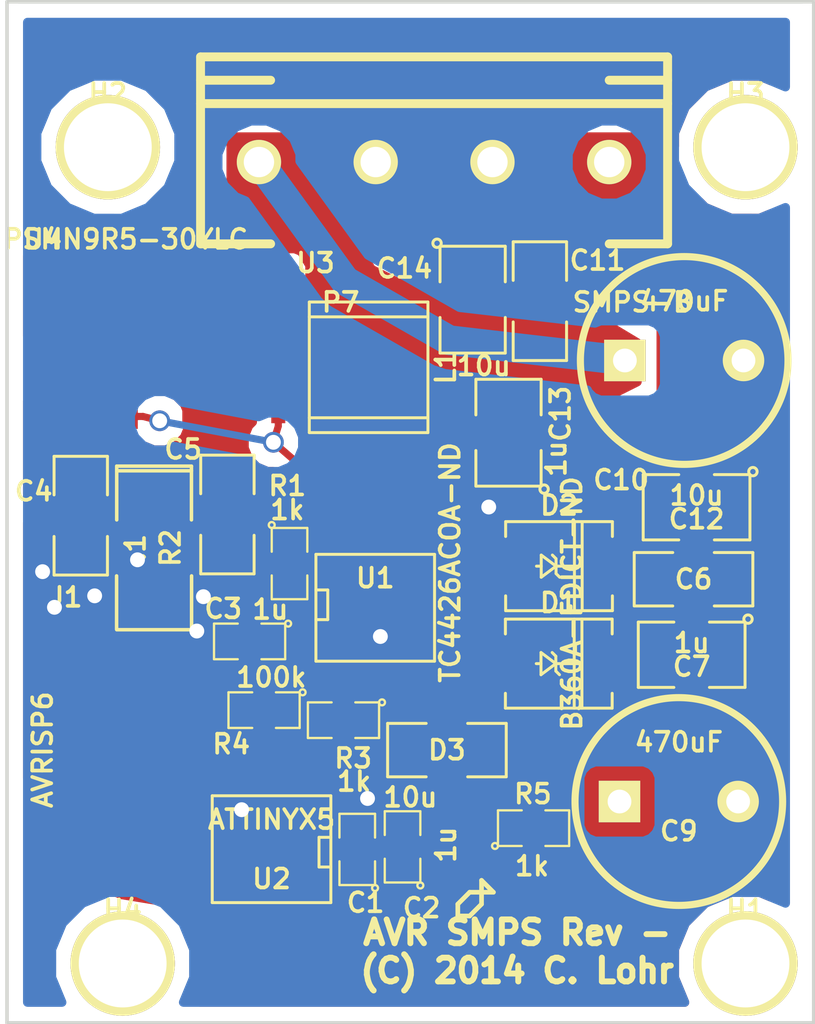
<source format=kicad_pcb>
(kicad_pcb (version 3) (host pcbnew "(2013-mar-13)-testing")

  (general
    (links 63)
    (no_connects 0)
    (area 132.989038 85.776999 168.777073 130.53314)
    (thickness 1.6)
    (drawings 15)
    (tracks 489)
    (zones 0)
    (modules 32)
    (nets 22)
  )

  (page A4)
  (layers
    (15 F.Cu signal)
    (0 B.Cu signal)
    (16 B.Adhes user)
    (17 F.Adhes user)
    (18 B.Paste user)
    (19 F.Paste user)
    (20 B.SilkS user)
    (21 F.SilkS user)
    (22 B.Mask user)
    (23 F.Mask user)
    (24 Dwgs.User user)
    (25 Cmts.User user)
    (26 Eco1.User user)
    (27 Eco2.User user)
    (28 Edge.Cuts user)
  )

  (setup
    (last_trace_width 0.3048)
    (trace_clearance 0.254)
    (zone_clearance 0.6112)
    (zone_45_only no)
    (trace_min 0.254)
    (segment_width 0.2)
    (edge_width 0.15)
    (via_size 0.889)
    (via_drill 0.635)
    (via_min_size 0.889)
    (via_min_drill 0.508)
    (uvia_size 0.508)
    (uvia_drill 0.127)
    (uvias_allowed no)
    (uvia_min_size 0.508)
    (uvia_min_drill 0.127)
    (pcb_text_width 0.3)
    (pcb_text_size 1.5 1.5)
    (mod_edge_width 0.15)
    (mod_text_size 0.8128 0.8128)
    (mod_text_width 0.15748)
    (pad_size 1.524 1.524)
    (pad_drill 0.762)
    (pad_to_mask_clearance 0.2)
    (aux_axis_origin 0 0)
    (visible_elements FFFFFF7F)
    (pcbplotparams
      (layerselection 284196865)
      (usegerberextensions true)
      (excludeedgelayer false)
      (linewidth 0.100000)
      (plotframeref false)
      (viasonmask false)
      (mode 1)
      (useauxorigin false)
      (hpglpennumber 1)
      (hpglpenspeed 20)
      (hpglpendiameter 15)
      (hpglpenoverlay 2)
      (psnegative false)
      (psa4output false)
      (plotreference true)
      (plotvalue true)
      (plotothertext true)
      (plotinvisibletext false)
      (padsonsilk false)
      (subtractmaskfromsilk false)
      (outputformat 1)
      (mirror false)
      (drillshape 0)
      (scaleselection 1)
      (outputdirectory avr_smps))
  )

  (net 0 "")
  (net 1 /Vin)
  (net 2 /Vind)
  (net 3 /Vout)
  (net 4 /Vres)
  (net 5 GND)
  (net 6 N-0000010)
  (net 7 N-0000011)
  (net 8 N-0000012)
  (net 9 N-0000013)
  (net 10 N-0000014)
  (net 11 N-0000015)
  (net 12 N-0000016)
  (net 13 N-0000018)
  (net 14 N-0000020)
  (net 15 N-0000021)
  (net 16 N-0000022)
  (net 17 N-0000023)
  (net 18 N-000004)
  (net 19 N-000005)
  (net 20 N-000008)
  (net 21 VCC)

  (net_class Default "This is the default net class."
    (clearance 0.254)
    (trace_width 0.3048)
    (via_dia 0.889)
    (via_drill 0.635)
    (uvia_dia 0.508)
    (uvia_drill 0.127)
    (add_net "")
    (add_net N-0000010)
    (add_net N-0000011)
    (add_net N-0000012)
    (add_net N-0000013)
    (add_net N-0000014)
    (add_net N-0000015)
    (add_net N-0000016)
    (add_net N-0000018)
    (add_net N-0000020)
    (add_net N-0000021)
    (add_net N-0000022)
    (add_net N-0000023)
    (add_net N-000004)
    (add_net N-000005)
    (add_net N-000008)
    (add_net VCC)
  )

  (net_class Power ""
    (clearance 0.254)
    (trace_width 1.27)
    (via_dia 0.889)
    (via_drill 0.635)
    (uvia_dia 0.508)
    (uvia_drill 0.127)
    (add_net /Vin)
    (add_net /Vind)
    (add_net /Vout)
    (add_net /Vres)
    (add_net GND)
  )

  (module SM0805 (layer F.Cu) (tedit 53BD77F9) (tstamp 53BC9D43)
    (at 149.11 122.12 90)
    (path /53A1A5C2)
    (attr smd)
    (fp_text reference C1 (at -2.2765 0.3563 180) (layer F.SilkS)
      (effects (font (size 0.8128 0.8128) (thickness 0.15748)))
    )
    (fp_text value 10u (at 2.232 2.274 360) (layer F.SilkS)
      (effects (font (size 0.8128 0.8128) (thickness 0.15748)))
    )
    (fp_circle (center -1.651 0.762) (end -1.651 0.635) (layer F.SilkS) (width 0.09906))
    (fp_line (start -0.508 0.762) (end -1.524 0.762) (layer F.SilkS) (width 0.09906))
    (fp_line (start -1.524 0.762) (end -1.524 -0.762) (layer F.SilkS) (width 0.09906))
    (fp_line (start -1.524 -0.762) (end -0.508 -0.762) (layer F.SilkS) (width 0.09906))
    (fp_line (start 0.508 -0.762) (end 1.524 -0.762) (layer F.SilkS) (width 0.09906))
    (fp_line (start 1.524 -0.762) (end 1.524 0.762) (layer F.SilkS) (width 0.09906))
    (fp_line (start 1.524 0.762) (end 0.508 0.762) (layer F.SilkS) (width 0.09906))
    (pad 1 smd rect (at -0.9525 0 90) (size 0.889 1.397)
      (layers F.Cu F.Paste F.Mask)
      (net 21 VCC)
    )
    (pad 2 smd rect (at 0.9525 0 90) (size 0.889 1.397)
      (layers F.Cu F.Paste F.Mask)
      (net 5 GND)
    )
    (model smd/chip_cms.wrl
      (at (xyz 0 0 0))
      (scale (xyz 0.1 0.1 0.1))
      (rotate (xyz 0 0 0))
    )
  )

  (module SM0805 (layer F.Cu) (tedit 53BD77FD) (tstamp 53BC9D50)
    (at 151.05 122.01 90)
    (path /53BCBF17)
    (attr smd)
    (fp_text reference C2 (at -2.6151 0.8166 180) (layer F.SilkS)
      (effects (font (size 0.8128 0.8128) (thickness 0.15748)))
    )
    (fp_text value 1u (at 0.09 1.858 270) (layer F.SilkS)
      (effects (font (size 0.8128 0.8128) (thickness 0.15748)))
    )
    (fp_circle (center -1.651 0.762) (end -1.651 0.635) (layer F.SilkS) (width 0.09906))
    (fp_line (start -0.508 0.762) (end -1.524 0.762) (layer F.SilkS) (width 0.09906))
    (fp_line (start -1.524 0.762) (end -1.524 -0.762) (layer F.SilkS) (width 0.09906))
    (fp_line (start -1.524 -0.762) (end -0.508 -0.762) (layer F.SilkS) (width 0.09906))
    (fp_line (start 0.508 -0.762) (end 1.524 -0.762) (layer F.SilkS) (width 0.09906))
    (fp_line (start 1.524 -0.762) (end 1.524 0.762) (layer F.SilkS) (width 0.09906))
    (fp_line (start 1.524 0.762) (end 0.508 0.762) (layer F.SilkS) (width 0.09906))
    (pad 1 smd rect (at -0.9525 0 90) (size 0.889 1.397)
      (layers F.Cu F.Paste F.Mask)
      (net 21 VCC)
    )
    (pad 2 smd rect (at 0.9525 0 90) (size 0.889 1.397)
      (layers F.Cu F.Paste F.Mask)
      (net 5 GND)
    )
    (model smd/chip_cms.wrl
      (at (xyz 0 0 0))
      (scale (xyz 0.1 0.1 0.1))
      (rotate (xyz 0 0 0))
    )
  )

  (module 632HOLE (layer F.Cu) (tedit 53A9C0BE) (tstamp 53BC9D93)
    (at 165.735 127)
    (descr Hole)
    (tags "DEV 6-32 HOLE")
    (path /53A1A5D6)
    (fp_text reference H1 (at 0 -2.30124) (layer F.SilkS)
      (effects (font (size 0.8128 0.8128) (thickness 0.15748)))
    )
    (fp_text value CONN_1 (at 0 2.794) (layer F.SilkS) hide
      (effects (font (size 0.8128 0.8128) (thickness 0.15748)))
    )
    (fp_circle (center 0 0) (end 1.69926 -0.09906) (layer F.SilkS) (width 0.381))
    (pad 1 thru_hole circle (at 0 0) (size 4.4704 4.4704) (drill 3.7592)
      (layers *.Cu *.Mask F.SilkS)
      (net 12 N-0000016)
    )
  )

  (module 632HOLE (layer F.Cu) (tedit 53A9C0BE) (tstamp 53BC9D99)
    (at 138.43 92.075)
    (descr Hole)
    (tags "DEV 6-32 HOLE")
    (path /53A1A5DE)
    (fp_text reference H2 (at 0 -2.30124) (layer F.SilkS)
      (effects (font (size 0.8128 0.8128) (thickness 0.15748)))
    )
    (fp_text value CONN_1 (at 0 2.794) (layer F.SilkS) hide
      (effects (font (size 0.8128 0.8128) (thickness 0.15748)))
    )
    (fp_circle (center 0 0) (end 1.69926 -0.09906) (layer F.SilkS) (width 0.381))
    (pad 1 thru_hole circle (at 0 0) (size 4.4704 4.4704) (drill 3.7592)
      (layers *.Cu *.Mask F.SilkS)
      (net 13 N-0000018)
    )
  )

  (module 632HOLE (layer F.Cu) (tedit 53A9C0BE) (tstamp 53BC9D9F)
    (at 165.735 92.075)
    (descr Hole)
    (tags "DEV 6-32 HOLE")
    (path /53A1A5DF)
    (fp_text reference H3 (at 0 -2.30124) (layer F.SilkS)
      (effects (font (size 0.8128 0.8128) (thickness 0.15748)))
    )
    (fp_text value CONN_1 (at 0 2.794) (layer F.SilkS) hide
      (effects (font (size 0.8128 0.8128) (thickness 0.15748)))
    )
    (fp_circle (center 0 0) (end 1.69926 -0.09906) (layer F.SilkS) (width 0.381))
    (pad 1 thru_hole circle (at 0 0) (size 4.4704 4.4704) (drill 3.7592)
      (layers *.Cu *.Mask F.SilkS)
      (net 16 N-0000022)
    )
  )

  (module 632HOLE (layer F.Cu) (tedit 53A9C0BE) (tstamp 53BC9DA5)
    (at 139.065 127)
    (descr Hole)
    (tags "DEV 6-32 HOLE")
    (path /53A1A5E0)
    (fp_text reference H4 (at 0 -2.30124) (layer F.SilkS)
      (effects (font (size 0.8128 0.8128) (thickness 0.15748)))
    )
    (fp_text value CONN_1 (at 0 2.794) (layer F.SilkS) hide
      (effects (font (size 0.8128 0.8128) (thickness 0.15748)))
    )
    (fp_circle (center 0 0) (end 1.69926 -0.09906) (layer F.SilkS) (width 0.381))
    (pad 1 thru_hole circle (at 0 0) (size 4.4704 4.4704) (drill 3.7592)
      (layers *.Cu *.Mask F.SilkS)
      (net 15 N-0000021)
    )
  )

  (module RIBBON6SMT (layer F.Cu) (tedit 53BD7768) (tstamp 53BC9DAF)
    (at 136.63 115.14)
    (path /53A1A59A)
    (fp_text reference J1 (at 0 -3.81) (layer F.SilkS)
      (effects (font (size 0.8128 0.8128) (thickness 0.15748)))
    )
    (fp_text value AVRISP6 (at -0.994 2.716 90) (layer F.SilkS)
      (effects (font (size 0.8128 0.8128) (thickness 0.15748)))
    )
    (pad 2 smd rect (at 0 0) (size 0.9652 3.0226)
      (layers F.Cu F.Paste F.Mask)
      (net 21 VCC)
    )
    (pad 4 smd rect (at 2.54 0) (size 0.9652 3.0226)
      (layers F.Cu F.Paste F.Mask)
      (net 9 N-0000013)
    )
    (pad 6 smd rect (at 5.08 0) (size 0.9652 3.0226)
      (layers F.Cu F.Paste F.Mask)
      (net 5 GND)
    )
    (pad 1 smd rect (at 0 5.5372) (size 0.9652 3.0226)
      (layers F.Cu F.Paste F.Mask)
      (net 8 N-0000012)
    )
    (pad 3 smd rect (at 2.54 5.5372) (size 0.9652 3.0226)
      (layers F.Cu F.Paste F.Mask)
      (net 10 N-0000014)
    )
    (pad 5 smd rect (at 5.08 5.5372) (size 0.9652 3.0226)
      (layers F.Cu F.Paste F.Mask)
      (net 14 N-0000020)
    )
  )

  (module c_2220 (layer F.Cu) (tedit 49F5796D) (tstamp 53BC9DBB)
    (at 149.5969 101.4927 270)
    (descr "SMT capacitor, 2220")
    (path /53BC9074)
    (fp_text reference L1 (at 0 -3.302 270) (layer F.SilkS)
      (effects (font (size 0.8128 0.8128) (thickness 0.15748)))
    )
    (fp_text value SRR1280-220M (at 0 3.302 270) (layer F.SilkS) hide
      (effects (font (size 0.8128 0.8128) (thickness 0.15748)))
    )
    (fp_line (start 2.159 -2.54) (end 2.159 2.54) (layer F.SilkS) (width 0.127))
    (fp_line (start -2.159 -2.54) (end -2.159 2.54) (layer F.SilkS) (width 0.127))
    (fp_line (start -2.794 -2.54) (end 2.794 -2.54) (layer F.SilkS) (width 0.127))
    (fp_line (start 2.794 -2.54) (end 2.794 2.54) (layer F.SilkS) (width 0.127))
    (fp_line (start 2.794 2.54) (end -2.794 2.54) (layer F.SilkS) (width 0.127))
    (fp_line (start -2.794 2.54) (end -2.794 -2.54) (layer F.SilkS) (width 0.127))
    (pad 1 smd rect (at 2.57556 0 270) (size 1.84912 5.4991)
      (layers F.Cu F.Paste F.Mask)
      (net 2 /Vind)
    )
    (pad 2 smd rect (at -2.57556 0 270) (size 1.84912 5.4991)
      (layers F.Cu F.Paste F.Mask)
      (net 1 /Vin)
    )
    (model smd/capacitors/c_2220.wrl
      (at (xyz 0 0 0))
      (scale (xyz 1 1 1))
      (rotate (xyz 0 0 0))
    )
  )

  (module PHOENIX1935187 (layer F.Cu) (tedit 534F7674) (tstamp 53BC9DCB)
    (at 152.4 92.71 180)
    (path /53A1B681)
    (fp_text reference P7 (at 4 -6 180) (layer F.SilkS)
      (effects (font (size 0.8128 0.8128) (thickness 0.15748)))
    )
    (fp_text value SMPS-B (at -8.5 -6 180) (layer F.SilkS)
      (effects (font (size 0.8128 0.8128) (thickness 0.15748)))
    )
    (fp_line (start -10 -3.5) (end -10 4.5) (layer F.SilkS) (width 0.381))
    (fp_line (start 10 -3.5) (end 10 4.5) (layer F.SilkS) (width 0.381))
    (fp_line (start 10 4.5) (end -10 4.5) (layer F.SilkS) (width 0.381))
    (fp_line (start -10 2.5) (end 10 2.5) (layer F.SilkS) (width 0.381))
    (fp_line (start 7 -3.5) (end 10 -3.5) (layer F.SilkS) (width 0.381))
    (fp_line (start 10 3.5) (end 7 3.5) (layer F.SilkS) (width 0.381))
    (fp_line (start -7.5 -3.5) (end -10 -3.5) (layer F.SilkS) (width 0.381))
    (fp_line (start -10 3.5) (end -7.5 3.5) (layer F.SilkS) (width 0.381))
    (pad 1 thru_hole circle (at -7.5 0 180) (size 1.9 1.9) (drill 1.3)
      (layers *.Cu *.Mask F.SilkS)
      (net 3 /Vout)
    )
    (pad 2 thru_hole circle (at -2.5 0 180) (size 1.9 1.9) (drill 1.3)
      (layers *.Cu *.Mask F.SilkS)
      (net 5 GND)
    )
    (pad 3 thru_hole circle (at 2.5 0 180) (size 1.9 1.9) (drill 1.3)
      (layers *.Cu *.Mask F.SilkS)
      (net 5 GND)
    )
    (pad 4 thru_hole circle (at 7.5 0 180) (size 1.9 1.9) (drill 1.3)
      (layers *.Cu *.Mask F.SilkS)
      (net 1 /Vin)
    )
  )

  (module SM0805 (layer F.Cu) (tedit 53BD7688) (tstamp 53BC9DD8)
    (at 146.21 109.89 270)
    (path /53BC9722)
    (attr smd)
    (fp_text reference R1 (at -3.3243 0.0965 360) (layer F.SilkS)
      (effects (font (size 0.8128 0.8128) (thickness 0.15748)))
    )
    (fp_text value 1k (at -2.2956 0.0965 360) (layer F.SilkS)
      (effects (font (size 0.8128 0.8128) (thickness 0.15748)))
    )
    (fp_circle (center -1.651 0.762) (end -1.651 0.635) (layer F.SilkS) (width 0.09906))
    (fp_line (start -0.508 0.762) (end -1.524 0.762) (layer F.SilkS) (width 0.09906))
    (fp_line (start -1.524 0.762) (end -1.524 -0.762) (layer F.SilkS) (width 0.09906))
    (fp_line (start -1.524 -0.762) (end -0.508 -0.762) (layer F.SilkS) (width 0.09906))
    (fp_line (start 0.508 -0.762) (end 1.524 -0.762) (layer F.SilkS) (width 0.09906))
    (fp_line (start 1.524 -0.762) (end 1.524 0.762) (layer F.SilkS) (width 0.09906))
    (fp_line (start 1.524 0.762) (end 0.508 0.762) (layer F.SilkS) (width 0.09906))
    (pad 1 smd rect (at -0.9525 0 270) (size 0.889 1.397)
      (layers F.Cu F.Paste F.Mask)
      (net 4 /Vres)
    )
    (pad 2 smd rect (at 0.9525 0 270) (size 0.889 1.397)
      (layers F.Cu F.Paste F.Mask)
      (net 17 N-0000023)
    )
    (model smd/chip_cms.wrl
      (at (xyz 0 0 0))
      (scale (xyz 0.1 0.1 0.1))
      (rotate (xyz 0 0 0))
    )
  )

  (module SO8N (layer F.Cu) (tedit 53BD768D) (tstamp 53BC9DF8)
    (at 149.88 111.78)
    (descr "Module CMS SOJ 8 pins large")
    (tags "CMS SOJ")
    (path /53BC9B3A)
    (attr smd)
    (fp_text reference U1 (at 0 -1.27) (layer F.SilkS)
      (effects (font (size 0.8128 0.8128) (thickness 0.15748)))
    )
    (fp_text value TC4426ACOA-ND (at 3.2058 -1.9377 270) (layer F.SilkS)
      (effects (font (size 0.8128 0.8128) (thickness 0.15748)))
    )
    (fp_line (start -2.54 -2.286) (end 2.54 -2.286) (layer F.SilkS) (width 0.127))
    (fp_line (start 2.54 -2.286) (end 2.54 2.286) (layer F.SilkS) (width 0.127))
    (fp_line (start 2.54 2.286) (end -2.54 2.286) (layer F.SilkS) (width 0.127))
    (fp_line (start -2.54 2.286) (end -2.54 -2.286) (layer F.SilkS) (width 0.127))
    (fp_line (start -2.54 -0.762) (end -2.032 -0.762) (layer F.SilkS) (width 0.127))
    (fp_line (start -2.032 -0.762) (end -2.032 0.508) (layer F.SilkS) (width 0.127))
    (fp_line (start -2.032 0.508) (end -2.54 0.508) (layer F.SilkS) (width 0.127))
    (pad 8 smd rect (at -1.905 -3.175) (size 0.508 1.143)
      (layers F.Cu F.Paste F.Mask)
      (net 18 N-000004)
    )
    (pad 7 smd rect (at -0.635 -3.175) (size 0.508 1.143)
      (layers F.Cu F.Paste F.Mask)
      (net 11 N-0000015)
    )
    (pad 6 smd rect (at 0.635 -3.175) (size 0.508 1.143)
      (layers F.Cu F.Paste F.Mask)
      (net 21 VCC)
    )
    (pad 5 smd rect (at 1.905 -3.175) (size 0.508 1.143)
      (layers F.Cu F.Paste F.Mask)
      (net 11 N-0000015)
    )
    (pad 4 smd rect (at 1.905 3.175) (size 0.508 1.143)
      (layers F.Cu F.Paste F.Mask)
      (net 6 N-0000010)
    )
    (pad 3 smd rect (at 0.635 3.175) (size 0.508 1.143)
      (layers F.Cu F.Paste F.Mask)
      (net 5 GND)
    )
    (pad 2 smd rect (at -0.635 3.175) (size 0.508 1.143)
      (layers F.Cu F.Paste F.Mask)
      (net 6 N-0000010)
    )
    (pad 1 smd rect (at -1.905 3.175) (size 0.508 1.143)
      (layers F.Cu F.Paste F.Mask)
      (net 19 N-000005)
    )
    (model smd/cms_so8.wrl
      (at (xyz 0 0 0))
      (scale (xyz 0.5 0.38 0.5))
      (rotate (xyz 0 0 0))
    )
  )

  (module SO8N (layer F.Cu) (tedit 45127296) (tstamp 53BC9E0B)
    (at 145.44 122.11 180)
    (descr "Module CMS SOJ 8 pins large")
    (tags "CMS SOJ")
    (path /53BC8FE8)
    (attr smd)
    (fp_text reference U2 (at 0 -1.27 180) (layer F.SilkS)
      (effects (font (size 0.8128 0.8128) (thickness 0.15748)))
    )
    (fp_text value ATTINYX5 (at 0 1.27 180) (layer F.SilkS)
      (effects (font (size 0.8128 0.8128) (thickness 0.15748)))
    )
    (fp_line (start -2.54 -2.286) (end 2.54 -2.286) (layer F.SilkS) (width 0.127))
    (fp_line (start 2.54 -2.286) (end 2.54 2.286) (layer F.SilkS) (width 0.127))
    (fp_line (start 2.54 2.286) (end -2.54 2.286) (layer F.SilkS) (width 0.127))
    (fp_line (start -2.54 2.286) (end -2.54 -2.286) (layer F.SilkS) (width 0.127))
    (fp_line (start -2.54 -0.762) (end -2.032 -0.762) (layer F.SilkS) (width 0.127))
    (fp_line (start -2.032 -0.762) (end -2.032 0.508) (layer F.SilkS) (width 0.127))
    (fp_line (start -2.032 0.508) (end -2.54 0.508) (layer F.SilkS) (width 0.127))
    (pad 8 smd rect (at -1.905 -3.175 180) (size 0.508 1.143)
      (layers F.Cu F.Paste F.Mask)
      (net 21 VCC)
    )
    (pad 7 smd rect (at -0.635 -3.175 180) (size 0.508 1.143)
      (layers F.Cu F.Paste F.Mask)
      (net 10 N-0000014)
    )
    (pad 6 smd rect (at 0.635 -3.175 180) (size 0.508 1.143)
      (layers F.Cu F.Paste F.Mask)
      (net 8 N-0000012)
    )
    (pad 5 smd rect (at 1.905 -3.175 180) (size 0.508 1.143)
      (layers F.Cu F.Paste F.Mask)
      (net 9 N-0000013)
    )
    (pad 4 smd rect (at 1.905 3.175 180) (size 0.508 1.143)
      (layers F.Cu F.Paste F.Mask)
      (net 5 GND)
    )
    (pad 3 smd rect (at 0.635 3.175 180) (size 0.508 1.143)
      (layers F.Cu F.Paste F.Mask)
      (net 17 N-0000023)
    )
    (pad 2 smd rect (at -0.635 3.175 180) (size 0.508 1.143)
      (layers F.Cu F.Paste F.Mask)
      (net 7 N-0000011)
    )
    (pad 1 smd rect (at -1.905 3.175 180) (size 0.508 1.143)
      (layers F.Cu F.Paste F.Mask)
      (net 14 N-0000020)
    )
    (model smd/cms_so8.wrl
      (at (xyz 0 0 0))
      (scale (xyz 0.5 0.38 0.5))
      (rotate (xyz 0 0 0))
    )
  )

  (module MOSFET-LFPAK56 (layer F.Cu) (tedit 53BD7781) (tstamp 53BC9E14)
    (at 143.8239 100.6939)
    (path /53A1A5AF)
    (fp_text reference U3 (at 3.4961 -3.6659) (layer F.SilkS)
      (effects (font (size 0.8128 0.8128) (thickness 0.15748)))
    )
    (fp_text value PSMN9R5-30YLC (at -0.5 -2.7) (layer F.SilkS) hide
      (effects (font (size 0.8128 0.8128) (thickness 0.15748)))
    )
    (pad 1 smd rect (at -1.905 2.54) (size 0.6 1.3)
      (layers F.Cu F.Paste F.Mask)
      (net 4 /Vres)
    )
    (pad 2 smd rect (at -0.635 2.54) (size 0.6 1.3)
      (layers F.Cu F.Paste F.Mask)
      (net 4 /Vres)
    )
    (pad 3 smd rect (at 0.635 2.54) (size 0.6 1.3)
      (layers F.Cu F.Paste F.Mask)
      (net 4 /Vres)
    )
    (pad 4 smd rect (at 1.905 2.54) (size 0.6 1.3)
      (layers F.Cu F.Paste F.Mask)
      (net 11 N-0000015)
    )
    (pad 5 smd rect (at 0 -1.143) (size 4.9 4.65)
      (layers F.Cu F.Paste F.Mask)
      (net 2 /Vind)
    )
  )

  (module MOSFET-LFPAK56 (layer F.Cu) (tedit 53BD777C) (tstamp 53BC9E1D)
    (at 137.5071 100.938)
    (path /53A1DAF9)
    (fp_text reference U4 (at -1.8711 -4.926) (layer F.SilkS)
      (effects (font (size 0.8128 0.8128) (thickness 0.15748)))
    )
    (fp_text value PSMN9R5-30YLC (at 1.6849 -4.926) (layer F.SilkS)
      (effects (font (size 0.8128 0.8128) (thickness 0.15748)))
    )
    (pad 1 smd rect (at -1.905 2.54) (size 0.6 1.3)
      (layers F.Cu F.Paste F.Mask)
      (net 4 /Vres)
    )
    (pad 2 smd rect (at -0.635 2.54) (size 0.6 1.3)
      (layers F.Cu F.Paste F.Mask)
      (net 4 /Vres)
    )
    (pad 3 smd rect (at 0.635 2.54) (size 0.6 1.3)
      (layers F.Cu F.Paste F.Mask)
      (net 4 /Vres)
    )
    (pad 4 smd rect (at 1.905 2.54) (size 0.6 1.3)
      (layers F.Cu F.Paste F.Mask)
      (net 11 N-0000015)
    )
    (pad 5 smd rect (at 0 -1.143) (size 4.9 4.65)
      (layers F.Cu F.Paste F.Mask)
      (net 2 /Vind)
    )
  )

  (module C2V8 (layer F.Cu) (tedit 53BD6E2F) (tstamp 53BD0CBE)
    (at 162.88 120.07)
    (descr "Condensateur polarise")
    (tags CP)
    (path /53BC9FA2)
    (fp_text reference C9 (at 0 1.27) (layer F.SilkS)
      (effects (font (size 0.8128 0.8128) (thickness 0.15748)))
    )
    (fp_text value 470uF (at 0 -2.54) (layer F.SilkS)
      (effects (font (size 0.8128 0.8128) (thickness 0.15748)))
    )
    (fp_circle (center 0 0) (end -4.445 0) (layer F.SilkS) (width 0.3048))
    (pad 1 thru_hole rect (at -2.54 0) (size 1.778 1.778) (drill 1.016)
      (layers *.Cu *.Mask F.SilkS)
      (net 3 /Vout)
    )
    (pad 2 thru_hole circle (at 2.54 0) (size 1.778 1.778) (drill 1.016)
      (layers *.Cu *.Mask F.SilkS)
      (net 5 GND)
    )
    (model discret/c_vert_c2v10.wrl
      (at (xyz 0 0 0))
      (scale (xyz 1 1 1))
      (rotate (xyz 0 0 0))
    )
  )

  (module "DO-214AA(SMB)" (layer F.Cu) (tedit 53BD769D) (tstamp 53BD4094)
    (at 157.74 114.17)
    (descr "DO-214AA (SMB)  PACKAGE.")
    (tags "DO-214AA SMB")
    (path /53BC931C)
    (attr smd)
    (fp_text reference D1 (at 0 -2.60096) (layer F.SilkS)
      (effects (font (size 0.8128 0.8128) (thickness 0.15748)))
    )
    (fp_text value B360A-FDICT-ND (at 0 2.79908 90) (layer F.SilkS) hide
      (effects (font (size 0.8128 0.8128) (thickness 0.15748)))
    )
    (fp_line (start -0.762 0) (end -0.9652 0) (layer F.SilkS) (width 0.127))
    (fp_line (start -2.286 -1.905) (end 2.286 -1.905) (layer F.SilkS) (width 0.127))
    (fp_line (start 2.286 -1.905) (end 2.286 -1.27) (layer F.SilkS) (width 0.127))
    (fp_line (start 0.6604 1.905) (end 0.6604 -1.905) (layer F.SilkS) (width 0.127))
    (fp_line (start 0.9906 1.905) (end 0.9906 -1.905) (layer F.SilkS) (width 0.127))
    (fp_line (start -2.286 1.27) (end -2.286 1.905) (layer F.SilkS) (width 0.127))
    (fp_line (start -2.286 1.905) (end 2.286 1.905) (layer F.SilkS) (width 0.127))
    (fp_line (start 2.286 1.905) (end 2.286 1.27) (layer F.SilkS) (width 0.127))
    (fp_line (start -2.286 -1.27) (end -2.286 -1.905) (layer F.SilkS) (width 0.127))
    (fp_line (start -0.127 0) (end -0.762 -0.47498) (layer F.SilkS) (width 0.127))
    (fp_line (start -0.762 -0.47498) (end -0.762 0) (layer F.SilkS) (width 0.127))
    (fp_line (start -0.762 0) (end -0.762 0.47498) (layer F.SilkS) (width 0.127))
    (fp_line (start -0.762 0.47498) (end -0.127 0) (layer F.SilkS) (width 0.127))
    (fp_line (start -0.127 0) (end -0.127 -0.3175) (layer F.SilkS) (width 0.127))
    (fp_line (start -0.127 -0.3175) (end -0.28448 -0.47498) (layer F.SilkS) (width 0.127))
    (fp_line (start -0.127 0) (end -0.127 0.3175) (layer F.SilkS) (width 0.127))
    (fp_line (start -0.127 0.3175) (end 0.03048 0.47498) (layer F.SilkS) (width 0.127))
    (fp_line (start -0.127 0) (end 0.98298 0) (layer F.SilkS) (width 0.127))
    (pad 1 smd rect (at -2.0066 0) (size 1.80086 2.19964)
      (layers F.Cu F.Paste F.Mask)
      (net 2 /Vind)
    )
    (pad 2 smd rect (at 2.0066 0) (size 1.80086 2.19964)
      (layers F.Cu F.Paste F.Mask)
      (net 3 /Vout)
    )
    (model smd/do214.wrl
      (at (xyz 0 0 0))
      (scale (xyz 1 1 1))
      (rotate (xyz 0 0 0))
    )
  )

  (module "DO-214AA(SMB)" (layer F.Cu) (tedit 53BD8532) (tstamp 53BD40AC)
    (at 157.75 110)
    (descr "DO-214AA (SMB)  PACKAGE.")
    (tags "DO-214AA SMB")
    (path /53BC9A41)
    (attr smd)
    (fp_text reference D2 (at 0 -2.60096) (layer F.SilkS)
      (effects (font (size 0.8128 0.8128) (thickness 0.15748)))
    )
    (fp_text value B360A-FDICT-ND (at 0.5555 1.5949 90) (layer F.SilkS)
      (effects (font (size 0.8128 0.8128) (thickness 0.15748)))
    )
    (fp_line (start -0.762 0) (end -0.9652 0) (layer F.SilkS) (width 0.127))
    (fp_line (start -2.286 -1.905) (end 2.286 -1.905) (layer F.SilkS) (width 0.127))
    (fp_line (start 2.286 -1.905) (end 2.286 -1.27) (layer F.SilkS) (width 0.127))
    (fp_line (start 0.6604 1.905) (end 0.6604 -1.905) (layer F.SilkS) (width 0.127))
    (fp_line (start 0.9906 1.905) (end 0.9906 -1.905) (layer F.SilkS) (width 0.127))
    (fp_line (start -2.286 1.27) (end -2.286 1.905) (layer F.SilkS) (width 0.127))
    (fp_line (start -2.286 1.905) (end 2.286 1.905) (layer F.SilkS) (width 0.127))
    (fp_line (start 2.286 1.905) (end 2.286 1.27) (layer F.SilkS) (width 0.127))
    (fp_line (start -2.286 -1.27) (end -2.286 -1.905) (layer F.SilkS) (width 0.127))
    (fp_line (start -0.127 0) (end -0.762 -0.47498) (layer F.SilkS) (width 0.127))
    (fp_line (start -0.762 -0.47498) (end -0.762 0) (layer F.SilkS) (width 0.127))
    (fp_line (start -0.762 0) (end -0.762 0.47498) (layer F.SilkS) (width 0.127))
    (fp_line (start -0.762 0.47498) (end -0.127 0) (layer F.SilkS) (width 0.127))
    (fp_line (start -0.127 0) (end -0.127 -0.3175) (layer F.SilkS) (width 0.127))
    (fp_line (start -0.127 -0.3175) (end -0.28448 -0.47498) (layer F.SilkS) (width 0.127))
    (fp_line (start -0.127 0) (end -0.127 0.3175) (layer F.SilkS) (width 0.127))
    (fp_line (start -0.127 0.3175) (end 0.03048 0.47498) (layer F.SilkS) (width 0.127))
    (fp_line (start -0.127 0) (end 0.98298 0) (layer F.SilkS) (width 0.127))
    (pad 1 smd rect (at -2.0066 0) (size 1.80086 2.19964)
      (layers F.Cu F.Paste F.Mask)
      (net 2 /Vind)
    )
    (pad 2 smd rect (at 2.0066 0) (size 1.80086 2.19964)
      (layers F.Cu F.Paste F.Mask)
      (net 3 /Vout)
    )
    (model smd/do214.wrl
      (at (xyz 0 0 0))
      (scale (xyz 1 1 1))
      (rotate (xyz 0 0 0))
    )
  )

  (module C2V8 (layer F.Cu) (tedit 53BD76F5) (tstamp 53BD4407)
    (at 163.11 101.2)
    (descr "Condensateur polarise")
    (tags CP)
    (path /53BCA390)
    (fp_text reference C10 (at -2.7012 5.1118) (layer F.SilkS)
      (effects (font (size 0.8128 0.8128) (thickness 0.15748)))
    )
    (fp_text value 470uF (at 0 -2.54) (layer F.SilkS)
      (effects (font (size 0.8128 0.8128) (thickness 0.15748)))
    )
    (fp_circle (center 0 0) (end -4.445 0) (layer F.SilkS) (width 0.3048))
    (pad 1 thru_hole rect (at -2.54 0) (size 1.778 1.778) (drill 1.016)
      (layers *.Cu *.Mask F.SilkS)
      (net 1 /Vin)
    )
    (pad 2 thru_hole circle (at 2.54 0) (size 1.778 1.778) (drill 1.016)
      (layers *.Cu *.Mask F.SilkS)
      (net 5 GND)
    )
    (model discret/c_vert_c2v10.wrl
      (at (xyz 0 0 0))
      (scale (xyz 1 1 1))
      (rotate (xyz 0 0 0))
    )
  )

  (module SM1206 (layer F.Cu) (tedit 53BD76EB) (tstamp 53BD4413)
    (at 156.93 98.6622 270)
    (path /53BCA4BA)
    (attr smd)
    (fp_text reference C11 (at -1.74342 -2.4677 360) (layer F.SilkS)
      (effects (font (size 0.8128 0.8128) (thickness 0.15748)))
    )
    (fp_text value 1u (at 0 0 270) (layer F.SilkS) hide
      (effects (font (size 0.8128 0.8128) (thickness 0.15748)))
    )
    (fp_line (start -2.54 -1.143) (end -2.54 1.143) (layer F.SilkS) (width 0.127))
    (fp_line (start -2.54 1.143) (end -0.889 1.143) (layer F.SilkS) (width 0.127))
    (fp_line (start 0.889 -1.143) (end 2.54 -1.143) (layer F.SilkS) (width 0.127))
    (fp_line (start 2.54 -1.143) (end 2.54 1.143) (layer F.SilkS) (width 0.127))
    (fp_line (start 2.54 1.143) (end 0.889 1.143) (layer F.SilkS) (width 0.127))
    (fp_line (start -0.889 -1.143) (end -2.54 -1.143) (layer F.SilkS) (width 0.127))
    (pad 1 smd rect (at -1.651 0 270) (size 1.524 2.032)
      (layers F.Cu F.Paste F.Mask)
      (net 5 GND)
    )
    (pad 2 smd rect (at 1.651 0 270) (size 1.524 2.032)
      (layers F.Cu F.Paste F.Mask)
      (net 1 /Vin)
    )
    (model smd/chip_cms.wrl
      (at (xyz 0 0 0))
      (scale (xyz 0.17 0.16 0.16))
      (rotate (xyz 0 0 0))
    )
  )

  (module SM1210 (layer F.Cu) (tedit 42806E94) (tstamp 53BD65EE)
    (at 163.64 107.48 180)
    (tags "CMS SM")
    (path /53BD63EE)
    (attr smd)
    (fp_text reference C12 (at 0 -0.508 180) (layer F.SilkS)
      (effects (font (size 0.8128 0.8128) (thickness 0.15748)))
    )
    (fp_text value 10u (at 0 0.508 180) (layer F.SilkS)
      (effects (font (size 0.8128 0.8128) (thickness 0.15748)))
    )
    (fp_circle (center -2.413 1.524) (end -2.286 1.397) (layer F.SilkS) (width 0.127))
    (fp_line (start -0.762 -1.397) (end -2.286 -1.397) (layer F.SilkS) (width 0.127))
    (fp_line (start -2.286 -1.397) (end -2.286 1.397) (layer F.SilkS) (width 0.127))
    (fp_line (start -2.286 1.397) (end -0.762 1.397) (layer F.SilkS) (width 0.127))
    (fp_line (start 0.762 1.397) (end 2.286 1.397) (layer F.SilkS) (width 0.127))
    (fp_line (start 2.286 1.397) (end 2.286 -1.397) (layer F.SilkS) (width 0.127))
    (fp_line (start 2.286 -1.397) (end 0.762 -1.397) (layer F.SilkS) (width 0.127))
    (pad 1 smd rect (at -1.524 0 180) (size 1.27 2.54)
      (layers F.Cu F.Paste F.Mask)
      (net 5 GND)
    )
    (pad 2 smd rect (at 1.524 0 180) (size 1.27 2.54)
      (layers F.Cu F.Paste F.Mask)
      (net 3 /Vout)
    )
    (model smd/chip_cms.wrl
      (at (xyz 0 0 0))
      (scale (xyz 0.17 0.2 0.17))
      (rotate (xyz 0 0 0))
    )
  )

  (module SM1210 (layer F.Cu) (tedit 53BD76E4) (tstamp 53BD65FB)
    (at 155.5868 104.2904 90)
    (tags "CMS SM")
    (path /53BD661F)
    (attr smd)
    (fp_text reference C13 (at 0.8108 2.2234 90) (layer F.SilkS)
      (effects (font (size 0.8128 0.8128) (thickness 0.15748)))
    )
    (fp_text value 1u (at -1.1196 2.0456 90) (layer F.SilkS)
      (effects (font (size 0.8128 0.8128) (thickness 0.15748)))
    )
    (fp_circle (center -2.413 1.524) (end -2.286 1.397) (layer F.SilkS) (width 0.127))
    (fp_line (start -0.762 -1.397) (end -2.286 -1.397) (layer F.SilkS) (width 0.127))
    (fp_line (start -2.286 -1.397) (end -2.286 1.397) (layer F.SilkS) (width 0.127))
    (fp_line (start -2.286 1.397) (end -0.762 1.397) (layer F.SilkS) (width 0.127))
    (fp_line (start 0.762 1.397) (end 2.286 1.397) (layer F.SilkS) (width 0.127))
    (fp_line (start 2.286 1.397) (end 2.286 -1.397) (layer F.SilkS) (width 0.127))
    (fp_line (start 2.286 -1.397) (end 0.762 -1.397) (layer F.SilkS) (width 0.127))
    (pad 1 smd rect (at -1.524 0 90) (size 1.27 2.54)
      (layers F.Cu F.Paste F.Mask)
      (net 5 GND)
    )
    (pad 2 smd rect (at 1.524 0 90) (size 1.27 2.54)
      (layers F.Cu F.Paste F.Mask)
      (net 1 /Vin)
    )
    (model smd/chip_cms.wrl
      (at (xyz 0 0 0))
      (scale (xyz 0.17 0.2 0.17))
      (rotate (xyz 0 0 0))
    )
  )

  (module SM1210 (layer F.Cu) (tedit 53BD76F2) (tstamp 53BD6608)
    (at 154.0513 98.5978 270)
    (tags "CMS SM")
    (path /53BD662B)
    (attr smd)
    (fp_text reference C14 (at -1.3412 2.9213 360) (layer F.SilkS)
      (effects (font (size 0.8128 0.8128) (thickness 0.15748)))
    )
    (fp_text value 10u (at 2.8371 -0.47468 360) (layer F.SilkS)
      (effects (font (size 0.8128 0.8128) (thickness 0.15748)))
    )
    (fp_circle (center -2.413 1.524) (end -2.286 1.397) (layer F.SilkS) (width 0.127))
    (fp_line (start -0.762 -1.397) (end -2.286 -1.397) (layer F.SilkS) (width 0.127))
    (fp_line (start -2.286 -1.397) (end -2.286 1.397) (layer F.SilkS) (width 0.127))
    (fp_line (start -2.286 1.397) (end -0.762 1.397) (layer F.SilkS) (width 0.127))
    (fp_line (start 0.762 1.397) (end 2.286 1.397) (layer F.SilkS) (width 0.127))
    (fp_line (start 2.286 1.397) (end 2.286 -1.397) (layer F.SilkS) (width 0.127))
    (fp_line (start 2.286 -1.397) (end 0.762 -1.397) (layer F.SilkS) (width 0.127))
    (pad 1 smd rect (at -1.524 0 270) (size 1.27 2.54)
      (layers F.Cu F.Paste F.Mask)
      (net 5 GND)
    )
    (pad 2 smd rect (at 1.524 0 270) (size 1.27 2.54)
      (layers F.Cu F.Paste F.Mask)
      (net 1 /Vin)
    )
    (model smd/chip_cms.wrl
      (at (xyz 0 0 0))
      (scale (xyz 0.17 0.2 0.17))
      (rotate (xyz 0 0 0))
    )
  )

  (module SM1206 (layer F.Cu) (tedit 42806E24) (tstamp 53BD6614)
    (at 152.95 117.87)
    (path /53BD5F02)
    (attr smd)
    (fp_text reference D3 (at 0 0) (layer F.SilkS)
      (effects (font (size 0.8128 0.8128) (thickness 0.15748)))
    )
    (fp_text value "30V ZENER" (at 0 0) (layer F.SilkS) hide
      (effects (font (size 0.8128 0.8128) (thickness 0.15748)))
    )
    (fp_line (start -2.54 -1.143) (end -2.54 1.143) (layer F.SilkS) (width 0.127))
    (fp_line (start -2.54 1.143) (end -0.889 1.143) (layer F.SilkS) (width 0.127))
    (fp_line (start 0.889 -1.143) (end 2.54 -1.143) (layer F.SilkS) (width 0.127))
    (fp_line (start 2.54 -1.143) (end 2.54 1.143) (layer F.SilkS) (width 0.127))
    (fp_line (start 2.54 1.143) (end 0.889 1.143) (layer F.SilkS) (width 0.127))
    (fp_line (start -0.889 -1.143) (end -2.54 -1.143) (layer F.SilkS) (width 0.127))
    (pad 1 smd rect (at -1.651 0) (size 1.524 2.032)
      (layers F.Cu F.Paste F.Mask)
      (net 6 N-0000010)
    )
    (pad 2 smd rect (at 1.651 0) (size 1.524 2.032)
      (layers F.Cu F.Paste F.Mask)
      (net 20 N-000008)
    )
    (model smd/chip_cms.wrl
      (at (xyz 0 0 0))
      (scale (xyz 0.17 0.16 0.16))
      (rotate (xyz 0 0 0))
    )
  )

  (module SM0805 (layer F.Cu) (tedit 53BD76B3) (tstamp 53BD6621)
    (at 148.52 116.59 180)
    (path /53BD5CC1)
    (attr smd)
    (fp_text reference R3 (at -0.4129 -1.6343 180) (layer F.SilkS)
      (effects (font (size 0.8128 0.8128) (thickness 0.15748)))
    )
    (fp_text value 1k (at -0.451 -2.6249 180) (layer F.SilkS)
      (effects (font (size 0.8128 0.8128) (thickness 0.15748)))
    )
    (fp_circle (center -1.651 0.762) (end -1.651 0.635) (layer F.SilkS) (width 0.09906))
    (fp_line (start -0.508 0.762) (end -1.524 0.762) (layer F.SilkS) (width 0.09906))
    (fp_line (start -1.524 0.762) (end -1.524 -0.762) (layer F.SilkS) (width 0.09906))
    (fp_line (start -1.524 -0.762) (end -0.508 -0.762) (layer F.SilkS) (width 0.09906))
    (fp_line (start 0.508 -0.762) (end 1.524 -0.762) (layer F.SilkS) (width 0.09906))
    (fp_line (start 1.524 -0.762) (end 1.524 0.762) (layer F.SilkS) (width 0.09906))
    (fp_line (start 1.524 0.762) (end 0.508 0.762) (layer F.SilkS) (width 0.09906))
    (pad 1 smd rect (at -0.9525 0 180) (size 0.889 1.397)
      (layers F.Cu F.Paste F.Mask)
      (net 6 N-0000010)
    )
    (pad 2 smd rect (at 0.9525 0 180) (size 0.889 1.397)
      (layers F.Cu F.Paste F.Mask)
      (net 7 N-0000011)
    )
    (model smd/chip_cms.wrl
      (at (xyz 0 0 0))
      (scale (xyz 0.1 0.1 0.1))
      (rotate (xyz 0 0 0))
    )
  )

  (module SM0805 (layer F.Cu) (tedit 53BD76AD) (tstamp 53BD662E)
    (at 145.12 116.16 180)
    (path /53BD5CC7)
    (attr smd)
    (fp_text reference R4 (at 1.4068 -1.4547 180) (layer F.SilkS)
      (effects (font (size 0.8128 0.8128) (thickness 0.15748)))
    )
    (fp_text value 100k (at -0.3077 1.4028 180) (layer F.SilkS)
      (effects (font (size 0.8128 0.8128) (thickness 0.15748)))
    )
    (fp_circle (center -1.651 0.762) (end -1.651 0.635) (layer F.SilkS) (width 0.09906))
    (fp_line (start -0.508 0.762) (end -1.524 0.762) (layer F.SilkS) (width 0.09906))
    (fp_line (start -1.524 0.762) (end -1.524 -0.762) (layer F.SilkS) (width 0.09906))
    (fp_line (start -1.524 -0.762) (end -0.508 -0.762) (layer F.SilkS) (width 0.09906))
    (fp_line (start 0.508 -0.762) (end 1.524 -0.762) (layer F.SilkS) (width 0.09906))
    (fp_line (start 1.524 -0.762) (end 1.524 0.762) (layer F.SilkS) (width 0.09906))
    (fp_line (start 1.524 0.762) (end 0.508 0.762) (layer F.SilkS) (width 0.09906))
    (pad 1 smd rect (at -0.9525 0 180) (size 0.889 1.397)
      (layers F.Cu F.Paste F.Mask)
      (net 7 N-0000011)
    )
    (pad 2 smd rect (at 0.9525 0 180) (size 0.889 1.397)
      (layers F.Cu F.Paste F.Mask)
      (net 21 VCC)
    )
    (model smd/chip_cms.wrl
      (at (xyz 0 0 0))
      (scale (xyz 0.1 0.1 0.1))
      (rotate (xyz 0 0 0))
    )
  )

  (module SM0805 (layer F.Cu) (tedit 53BD76A3) (tstamp 53BD663B)
    (at 156.66 121.21)
    (path /53BD6CF1)
    (attr smd)
    (fp_text reference R5 (at -0.0309 -1.4617) (layer F.SilkS)
      (effects (font (size 0.8128 0.8128) (thickness 0.15748)))
    )
    (fp_text value 1k (at -0.069 1.6244) (layer F.SilkS)
      (effects (font (size 0.8128 0.8128) (thickness 0.15748)))
    )
    (fp_circle (center -1.651 0.762) (end -1.651 0.635) (layer F.SilkS) (width 0.09906))
    (fp_line (start -0.508 0.762) (end -1.524 0.762) (layer F.SilkS) (width 0.09906))
    (fp_line (start -1.524 0.762) (end -1.524 -0.762) (layer F.SilkS) (width 0.09906))
    (fp_line (start -1.524 -0.762) (end -0.508 -0.762) (layer F.SilkS) (width 0.09906))
    (fp_line (start 0.508 -0.762) (end 1.524 -0.762) (layer F.SilkS) (width 0.09906))
    (fp_line (start 1.524 -0.762) (end 1.524 0.762) (layer F.SilkS) (width 0.09906))
    (fp_line (start 1.524 0.762) (end 0.508 0.762) (layer F.SilkS) (width 0.09906))
    (pad 1 smd rect (at -0.9525 0) (size 0.889 1.397)
      (layers F.Cu F.Paste F.Mask)
      (net 20 N-000008)
    )
    (pad 2 smd rect (at 0.9525 0) (size 0.889 1.397)
      (layers F.Cu F.Paste F.Mask)
      (net 3 /Vout)
    )
    (model smd/chip_cms.wrl
      (at (xyz 0 0 0))
      (scale (xyz 0.1 0.1 0.1))
      (rotate (xyz 0 0 0))
    )
  )

  (module SM0805 (layer F.Cu) (tedit 53BD76DB) (tstamp 53BD693B)
    (at 144.5 113.22 180)
    (path /53BC978C)
    (attr smd)
    (fp_text reference C3 (at 1.1297 1.3965 180) (layer F.SilkS)
      (effects (font (size 0.8128 0.8128) (thickness 0.15748)))
    )
    (fp_text value 1u (at -0.88706 1.36602 180) (layer F.SilkS)
      (effects (font (size 0.8128 0.8128) (thickness 0.15748)))
    )
    (fp_circle (center -1.651 0.762) (end -1.651 0.635) (layer F.SilkS) (width 0.09906))
    (fp_line (start -0.508 0.762) (end -1.524 0.762) (layer F.SilkS) (width 0.09906))
    (fp_line (start -1.524 0.762) (end -1.524 -0.762) (layer F.SilkS) (width 0.09906))
    (fp_line (start -1.524 -0.762) (end -0.508 -0.762) (layer F.SilkS) (width 0.09906))
    (fp_line (start 0.508 -0.762) (end 1.524 -0.762) (layer F.SilkS) (width 0.09906))
    (fp_line (start 1.524 -0.762) (end 1.524 0.762) (layer F.SilkS) (width 0.09906))
    (fp_line (start 1.524 0.762) (end 0.508 0.762) (layer F.SilkS) (width 0.09906))
    (pad 1 smd rect (at -0.9525 0 180) (size 0.889 1.397)
      (layers F.Cu F.Paste F.Mask)
      (net 17 N-0000023)
    )
    (pad 2 smd rect (at 0.9525 0 180) (size 0.889 1.397)
      (layers F.Cu F.Paste F.Mask)
      (net 5 GND)
    )
    (model smd/chip_cms.wrl
      (at (xyz 0 0 0))
      (scale (xyz 0.1 0.1 0.1))
      (rotate (xyz 0 0 0))
    )
  )

  (module SM1206 (layer F.Cu) (tedit 53BD767C) (tstamp 53BD6947)
    (at 137.27 107.84 270)
    (path /53BC9629)
    (attr smd)
    (fp_text reference C4 (at -1.0457 2.015 360) (layer F.SilkS)
      (effects (font (size 0.8128 0.8128) (thickness 0.15748)))
    )
    (fp_text value 10u (at 0 0 270) (layer F.SilkS) hide
      (effects (font (size 0.8128 0.8128) (thickness 0.15748)))
    )
    (fp_line (start -2.54 -1.143) (end -2.54 1.143) (layer F.SilkS) (width 0.127))
    (fp_line (start -2.54 1.143) (end -0.889 1.143) (layer F.SilkS) (width 0.127))
    (fp_line (start 0.889 -1.143) (end 2.54 -1.143) (layer F.SilkS) (width 0.127))
    (fp_line (start 2.54 -1.143) (end 2.54 1.143) (layer F.SilkS) (width 0.127))
    (fp_line (start 2.54 1.143) (end 0.889 1.143) (layer F.SilkS) (width 0.127))
    (fp_line (start -0.889 -1.143) (end -2.54 -1.143) (layer F.SilkS) (width 0.127))
    (pad 1 smd rect (at -1.651 0 270) (size 1.524 2.032)
      (layers F.Cu F.Paste F.Mask)
      (net 4 /Vres)
    )
    (pad 2 smd rect (at 1.651 0 270) (size 1.524 2.032)
      (layers F.Cu F.Paste F.Mask)
      (net 5 GND)
    )
    (model smd/chip_cms.wrl
      (at (xyz 0 0 0))
      (scale (xyz 0.17 0.16 0.16))
      (rotate (xyz 0 0 0))
    )
  )

  (module SM1206 (layer F.Cu) (tedit 53BD7681) (tstamp 53BD6953)
    (at 143.55 107.79 270)
    (path /53BC9585)
    (attr smd)
    (fp_text reference C5 (at -2.7864 1.8942 360) (layer F.SilkS)
      (effects (font (size 0.8128 0.8128) (thickness 0.15748)))
    )
    (fp_text value .1u (at 0 0 270) (layer F.SilkS) hide
      (effects (font (size 0.8128 0.8128) (thickness 0.15748)))
    )
    (fp_line (start -2.54 -1.143) (end -2.54 1.143) (layer F.SilkS) (width 0.127))
    (fp_line (start -2.54 1.143) (end -0.889 1.143) (layer F.SilkS) (width 0.127))
    (fp_line (start 0.889 -1.143) (end 2.54 -1.143) (layer F.SilkS) (width 0.127))
    (fp_line (start 2.54 -1.143) (end 2.54 1.143) (layer F.SilkS) (width 0.127))
    (fp_line (start 2.54 1.143) (end 0.889 1.143) (layer F.SilkS) (width 0.127))
    (fp_line (start -0.889 -1.143) (end -2.54 -1.143) (layer F.SilkS) (width 0.127))
    (pad 1 smd rect (at -1.651 0 270) (size 1.524 2.032)
      (layers F.Cu F.Paste F.Mask)
      (net 4 /Vres)
    )
    (pad 2 smd rect (at 1.651 0 270) (size 1.524 2.032)
      (layers F.Cu F.Paste F.Mask)
      (net 5 GND)
    )
    (model smd/chip_cms.wrl
      (at (xyz 0 0 0))
      (scale (xyz 0.17 0.16 0.16))
      (rotate (xyz 0 0 0))
    )
  )

  (module SM1206 (layer F.Cu) (tedit 42806E24) (tstamp 53BD695F)
    (at 163.51 110.56 180)
    (path /53BC9D5A)
    (attr smd)
    (fp_text reference C6 (at 0 0 180) (layer F.SilkS)
      (effects (font (size 0.8128 0.8128) (thickness 0.15748)))
    )
    (fp_text value 1u (at 0 0 180) (layer F.SilkS) hide
      (effects (font (size 0.8128 0.8128) (thickness 0.15748)))
    )
    (fp_line (start -2.54 -1.143) (end -2.54 1.143) (layer F.SilkS) (width 0.127))
    (fp_line (start -2.54 1.143) (end -0.889 1.143) (layer F.SilkS) (width 0.127))
    (fp_line (start 0.889 -1.143) (end 2.54 -1.143) (layer F.SilkS) (width 0.127))
    (fp_line (start 2.54 -1.143) (end 2.54 1.143) (layer F.SilkS) (width 0.127))
    (fp_line (start 2.54 1.143) (end 0.889 1.143) (layer F.SilkS) (width 0.127))
    (fp_line (start -0.889 -1.143) (end -2.54 -1.143) (layer F.SilkS) (width 0.127))
    (pad 1 smd rect (at -1.651 0 180) (size 1.524 2.032)
      (layers F.Cu F.Paste F.Mask)
      (net 5 GND)
    )
    (pad 2 smd rect (at 1.651 0 180) (size 1.524 2.032)
      (layers F.Cu F.Paste F.Mask)
      (net 3 /Vout)
    )
    (model smd/chip_cms.wrl
      (at (xyz 0 0 0))
      (scale (xyz 0.17 0.16 0.16))
      (rotate (xyz 0 0 0))
    )
  )

  (module SM1210 (layer F.Cu) (tedit 42806E94) (tstamp 53BD696C)
    (at 163.43 113.79 180)
    (tags "CMS SM")
    (path /53BC9D6C)
    (attr smd)
    (fp_text reference C7 (at 0 -0.508 180) (layer F.SilkS)
      (effects (font (size 0.8128 0.8128) (thickness 0.15748)))
    )
    (fp_text value 1u (at 0 0.508 180) (layer F.SilkS)
      (effects (font (size 0.8128 0.8128) (thickness 0.15748)))
    )
    (fp_circle (center -2.413 1.524) (end -2.286 1.397) (layer F.SilkS) (width 0.127))
    (fp_line (start -0.762 -1.397) (end -2.286 -1.397) (layer F.SilkS) (width 0.127))
    (fp_line (start -2.286 -1.397) (end -2.286 1.397) (layer F.SilkS) (width 0.127))
    (fp_line (start -2.286 1.397) (end -0.762 1.397) (layer F.SilkS) (width 0.127))
    (fp_line (start 0.762 1.397) (end 2.286 1.397) (layer F.SilkS) (width 0.127))
    (fp_line (start 2.286 1.397) (end 2.286 -1.397) (layer F.SilkS) (width 0.127))
    (fp_line (start 2.286 -1.397) (end 0.762 -1.397) (layer F.SilkS) (width 0.127))
    (pad 1 smd rect (at -1.524 0 180) (size 1.27 2.54)
      (layers F.Cu F.Paste F.Mask)
      (net 5 GND)
    )
    (pad 2 smd rect (at 1.524 0 180) (size 1.27 2.54)
      (layers F.Cu F.Paste F.Mask)
      (net 3 /Vout)
    )
    (model smd/chip_cms.wrl
      (at (xyz 0 0 0))
      (scale (xyz 0.17 0.2 0.17))
      (rotate (xyz 0 0 0))
    )
  )

  (module SM2010 (layer F.Cu) (tedit 510157F5) (tstamp 53BD6979)
    (at 140.41 109.22 270)
    (tags "CMS SM")
    (path /53BC94B7)
    (attr smd)
    (fp_text reference R2 (at 0 -0.7 270) (layer F.SilkS)
      (effects (font (size 0.8128 0.8128) (thickness 0.15748)))
    )
    (fp_text value .1 (at 0 0.8 270) (layer F.SilkS)
      (effects (font (size 0.8128 0.8128) (thickness 0.15748)))
    )
    (fp_line (start -3.3 -1.6) (end -3.3 1.6) (layer F.SilkS) (width 0.15))
    (fp_line (start 3.50012 -1.6002) (end 3.50012 1.6002) (layer F.SilkS) (width 0.15))
    (fp_line (start -3.5 -1.6) (end -3.5 1.6) (layer F.SilkS) (width 0.15))
    (fp_line (start 1.19634 1.60528) (end 3.48234 1.60528) (layer F.SilkS) (width 0.15))
    (fp_line (start 3.48234 -1.60528) (end 1.19634 -1.60528) (layer F.SilkS) (width 0.15))
    (fp_line (start -1.2 -1.6) (end -3.5 -1.6) (layer F.SilkS) (width 0.15))
    (fp_line (start -3.5 1.6) (end -1.2 1.6) (layer F.SilkS) (width 0.15))
    (pad 1 smd rect (at -2.4003 0 270) (size 1.80086 2.70002)
      (layers F.Cu F.Paste F.Mask)
      (net 4 /Vres)
    )
    (pad 2 smd rect (at 2.4003 0 270) (size 1.80086 2.70002)
      (layers F.Cu F.Paste F.Mask)
      (net 5 GND)
    )
    (model smd\chip_smd_pol_wide.wrl
      (at (xyz 0 0 0))
      (scale (xyz 0.35 0.35 0.35))
      (rotate (xyz 0 0 0))
    )
  )

  (gr_line (start 153.924 124.968) (end 153.416 124.968) (angle 90) (layer F.SilkS) (width 0.2))
  (gr_line (start 154.432 124.46) (end 153.924 124.968) (angle 90) (layer F.SilkS) (width 0.2))
  (gr_line (start 154.432 123.952) (end 154.432 124.46) (angle 90) (layer F.SilkS) (width 0.2))
  (gr_line (start 154.94 123.952) (end 154.432 123.952) (angle 90) (layer F.SilkS) (width 0.2))
  (gr_line (start 154.432 123.444) (end 154.94 123.952) (angle 90) (layer F.SilkS) (width 0.2))
  (gr_line (start 154.432 123.952) (end 154.432 123.444) (angle 90) (layer F.SilkS) (width 0.2))
  (gr_line (start 153.924 123.952) (end 154.432 123.952) (angle 90) (layer F.SilkS) (width 0.2))
  (gr_line (start 153.416 124.46) (end 153.924 123.952) (angle 90) (layer F.SilkS) (width 0.2))
  (gr_line (start 153.416 124.968) (end 153.416 124.46) (angle 90) (layer F.SilkS) (width 0.2))
  (gr_text "AVR SMPS Rev -\n(C) 2014 C. Lohr" (at 155.956 126.492) (layer F.SilkS) (tstamp 53BD7B1F)
    (effects (font (size 1.016 1.016) (thickness 0.254)))
  )
  (gr_line (start 134.112 129.54) (end 134.112 85.852) (angle 90) (layer Edge.Cuts) (width 0.15))
  (gr_line (start 168.656 129.54) (end 134.112 129.54) (angle 90) (layer Edge.Cuts) (width 0.15))
  (gr_line (start 168.656 85.852) (end 168.656 129.54) (angle 90) (layer Edge.Cuts) (width 0.15))
  (gr_line (start 134.112 85.852) (end 168.656 85.852) (angle 90) (layer Edge.Cuts) (width 0.15))
  (gr_line (start 168.148 85.852) (end 134.62 85.852) (angle 90) (layer Edge.Cuts) (width 0.15))

  (segment (start 144.9 92.71) (end 148.59 97.79) (width 1.27) (layer B.Cu) (net 1) (tstamp 53BD74E1))
  (segment (start 148.59 97.79) (end 153.035 100.33) (width 1.27) (layer B.Cu) (net 1) (tstamp 53BD74E2))
  (segment (start 147.8634 97.5716) (end 144.9 92.71) (width 1.27) (layer F.Cu) (net 1))
  (segment (start 147.8634 97.9925) (end 147.8634 97.5716) (width 1.27) (layer F.Cu) (net 1))
  (segment (start 147.8634 98.6275) (end 147.8634 97.9925) (width 1.27) (layer F.Cu) (net 1))
  (segment (start 149.5969 98.9171) (end 147.8634 98.6275) (width 1.27) (layer F.Cu) (net 1))
  (segment (start 154.6863 100.1218) (end 154.0513 100.1218) (width 1.27) (layer F.Cu) (net 1))
  (segment (start 155.3213 100.1218) (end 154.6863 100.1218) (width 1.27) (layer F.Cu) (net 1))
  (segment (start 155.5843 100.1218) (end 155.3213 100.1218) (width 1.27) (layer F.Cu) (net 1))
  (segment (start 155.6506 100.187) (end 155.5843 100.1218) (width 1.27) (layer F.Cu) (net 1))
  (segment (start 155.914 100.3132) (end 155.6506 100.187) (width 1.27) (layer F.Cu) (net 1))
  (segment (start 156.549 100.3132) (end 155.914 100.3132) (width 1.27) (layer F.Cu) (net 1))
  (segment (start 156.93 100.3132) (end 156.549 100.3132) (width 1.27) (layer F.Cu) (net 1))
  (segment (start 156.93 100.3132) (end 157.311 100.3132) (width 1.27) (layer F.Cu) (net 1))
  (segment (start 157.311 100.3132) (end 157.946 100.3132) (width 1.27) (layer F.Cu) (net 1))
  (segment (start 157.946 100.3132) (end 158.2616 100.3132) (width 1.27) (layer F.Cu) (net 1))
  (segment (start 156.676 100.3132) (end 156.93 100.3132) (width 1.27) (layer F.Cu) (net 1))
  (segment (start 156.422 100.8648) (end 156.676 100.3132) (width 1.27) (layer F.Cu) (net 1))
  (segment (start 156.422 101.2856) (end 156.422 100.8648) (width 1.27) (layer F.Cu) (net 1))
  (segment (start 156.3488 101.921) (end 156.422 101.2856) (width 1.27) (layer F.Cu) (net 1))
  (segment (start 156.3488 102.3419) (end 156.3488 101.921) (width 1.27) (layer F.Cu) (net 1))
  (segment (start 156.2218 102.7664) (end 156.3488 102.3419) (width 1.27) (layer F.Cu) (net 1))
  (segment (start 155.5868 102.7664) (end 156.2218 102.7664) (width 1.27) (layer F.Cu) (net 1))
  (segment (start 151.3304 99.2067) (end 149.5969 98.9171) (width 1.27) (layer F.Cu) (net 1))
  (segment (start 151.3304 99.8417) (end 151.3304 99.2067) (width 1.27) (layer F.Cu) (net 1))
  (segment (start 151.3304 100.2626) (end 151.3304 99.8417) (width 1.27) (layer F.Cu) (net 1))
  (segment (start 151.7652 101.1777) (end 151.3304 100.2626) (width 1.27) (layer F.Cu) (net 1))
  (segment (start 152.3604 101.7729) (end 151.7652 101.1777) (width 1.27) (layer F.Cu) (net 1))
  (segment (start 153.2022 101.7729) (end 152.3604 101.7729) (width 1.27) (layer F.Cu) (net 1))
  (segment (start 153.7974 101.1777) (end 153.2022 101.7729) (width 1.27) (layer F.Cu) (net 1))
  (segment (start 153.7974 100.7568) (end 153.7974 101.1777) (width 1.27) (layer F.Cu) (net 1))
  (segment (start 153.7974 100.1218) (end 153.7974 100.7568) (width 1.27) (layer F.Cu) (net 1))
  (segment (start 154.0513 100.1218) (end 153.7974 100.1218) (width 1.27) (layer F.Cu) (net 1))
  (segment (start 153.035 100.33) (end 160.57 101.2) (width 1.27) (layer B.Cu) (net 1) (tstamp 53BD74E3))
  (segment (start 158.2616 100.3132) (end 160.57 101.2) (width 1.27) (layer F.Cu) (net 1))
  (segment (start 147.8634 103.7787) (end 149.5969 104.0683) (width 1.27) (layer F.Cu) (net 2))
  (segment (start 147.8634 103.1437) (end 147.8634 103.7787) (width 1.27) (layer F.Cu) (net 2))
  (segment (start 147.8634 102.7228) (end 147.8634 103.1437) (width 1.27) (layer F.Cu) (net 2))
  (segment (start 147.29 101.455) (end 147.8634 102.7228) (width 1.27) (layer F.Cu) (net 2))
  (segment (start 146.6948 100.8598) (end 147.29 101.455) (width 1.27) (layer F.Cu) (net 2))
  (segment (start 146.2739 100.8598) (end 146.6948 100.8598) (width 1.27) (layer F.Cu) (net 2))
  (segment (start 145.6389 100.8598) (end 146.2739 100.8598) (width 1.27) (layer F.Cu) (net 2))
  (segment (start 143.8239 99.5509) (end 145.6389 100.8598) (width 1.27) (layer F.Cu) (net 2))
  (segment (start 142.0089 99.6729) (end 143.8239 99.5509) (width 1.27) (layer F.Cu) (net 2))
  (segment (start 141.3739 99.6729) (end 142.0089 99.6729) (width 1.27) (layer F.Cu) (net 2))
  (segment (start 139.9571 99.6729) (end 141.3739 99.6729) (width 1.27) (layer F.Cu) (net 2))
  (segment (start 139.3221 99.6729) (end 139.9571 99.6729) (width 1.27) (layer F.Cu) (net 2))
  (segment (start 137.5071 99.795) (end 139.3221 99.6729) (width 1.27) (layer F.Cu) (net 2))
  (segment (start 155.7434 110.4648) (end 155.7434 110) (width 1.27) (layer F.Cu) (net 2))
  (segment (start 155.7434 111.0998) (end 155.7434 110.4648) (width 1.27) (layer F.Cu) (net 2))
  (segment (start 155.7434 111.4728) (end 155.7434 111.0998) (width 1.27) (layer F.Cu) (net 2))
  (segment (start 155.7334 112.6972) (end 155.7434 111.4728) (width 1.27) (layer F.Cu) (net 2))
  (segment (start 155.7334 113.0702) (end 155.7334 112.6972) (width 1.27) (layer F.Cu) (net 2))
  (segment (start 155.7334 113.7052) (end 155.7334 113.0702) (width 1.27) (layer F.Cu) (net 2))
  (segment (start 155.7334 114.17) (end 155.7334 113.7052) (width 1.27) (layer F.Cu) (net 2))
  (segment (start 151.3304 104.3579) (end 149.5969 104.0683) (width 1.27) (layer F.Cu) (net 2))
  (segment (start 151.3304 104.9929) (end 151.3304 104.3579) (width 1.27) (layer F.Cu) (net 2))
  (segment (start 151.3304 105.4138) (end 151.3304 104.9929) (width 1.27) (layer F.Cu) (net 2))
  (segment (start 153.0149 107.362) (end 151.3304 105.4138) (width 1.27) (layer F.Cu) (net 2))
  (segment (start 153.0551 107.4591) (end 153.0149 107.362) (width 1.27) (layer F.Cu) (net 2))
  (segment (start 153.1369 108.0602) (end 153.0551 107.4591) (width 1.27) (layer F.Cu) (net 2))
  (segment (start 153.1891 108.1863) (end 153.1369 108.0602) (width 1.27) (layer F.Cu) (net 2))
  (segment (start 153.8269 109.3211) (end 153.1891 108.1863) (width 1.27) (layer F.Cu) (net 2))
  (segment (start 154.4221 109.9163) (end 153.8269 109.3211) (width 1.27) (layer F.Cu) (net 2))
  (segment (start 154.843 109.9163) (end 154.4221 109.9163) (width 1.27) (layer F.Cu) (net 2))
  (segment (start 155.478 109.9163) (end 154.843 109.9163) (width 1.27) (layer F.Cu) (net 2))
  (segment (start 155.7434 110) (end 155.478 109.9163) (width 1.27) (layer F.Cu) (net 2))
  (segment (start 162.56 98.425) (end 162.56 104.14) (width 1.27) (layer F.Cu) (net 3) (tstamp 53BD74C8))
  (segment (start 159.9 92.71) (end 162.56 98.425) (width 1.27) (layer F.Cu) (net 3) (tstamp 53BD74C7))
  (segment (start 162.56 104.14) (end 162.116 107.48) (width 1.27) (layer F.Cu) (net 3) (tstamp 53BD74CA))
  (segment (start 158.057 121.045) (end 158.278 121.045) (width 0.3048) (layer F.Cu) (net 3))
  (segment (start 157.9046 121.045) (end 158.057 121.045) (width 0.3048) (layer F.Cu) (net 3))
  (segment (start 157.6125 121.21) (end 157.9046 121.045) (width 0.3048) (layer F.Cu) (net 3))
  (segment (start 159.7466 114.6348) (end 159.7466 114.17) (width 1.27) (layer F.Cu) (net 3))
  (segment (start 159.7466 115.2698) (end 159.7466 114.6348) (width 1.27) (layer F.Cu) (net 3))
  (segment (start 159.7466 115.6428) (end 159.7466 115.2698) (width 1.27) (layer F.Cu) (net 3))
  (segment (start 161.906 114.0439) (end 161.906 113.79) (width 1.27) (layer F.Cu) (net 3))
  (segment (start 161.271 114.0439) (end 161.906 114.0439) (width 1.27) (layer F.Cu) (net 3))
  (segment (start 161.0591 114.0651) (end 161.271 114.0439) (width 1.27) (layer F.Cu) (net 3))
  (segment (start 160.8589 114.0651) (end 161.0591 114.0651) (width 1.27) (layer F.Cu) (net 3))
  (segment (start 160.647 114.0863) (end 160.8589 114.0651) (width 1.27) (layer F.Cu) (net 3))
  (segment (start 160.012 114.0863) (end 160.647 114.0863) (width 1.27) (layer F.Cu) (net 3))
  (segment (start 159.7466 114.17) (end 160.012 114.0863) (width 1.27) (layer F.Cu) (net 3))
  (segment (start 160.022 110.0837) (end 159.7566 110) (width 1.27) (layer F.Cu) (net 3))
  (segment (start 160.657 110.0837) (end 160.022 110.0837) (width 1.27) (layer F.Cu) (net 3))
  (segment (start 161.097 110.56) (end 160.657 110.0837) (width 1.27) (layer F.Cu) (net 3))
  (segment (start 161.732 110.56) (end 161.097 110.56) (width 1.27) (layer F.Cu) (net 3))
  (segment (start 161.859 110.56) (end 161.732 110.56) (width 1.27) (layer F.Cu) (net 3))
  (segment (start 161.859 110.179) (end 161.859 110.56) (width 1.27) (layer F.Cu) (net 3))
  (segment (start 161.859 109.544) (end 161.859 110.179) (width 1.27) (layer F.Cu) (net 3))
  (segment (start 161.9372 109.2608) (end 161.859 109.544) (width 1.27) (layer F.Cu) (net 3))
  (segment (start 162.116 109.013) (end 161.9372 109.2608) (width 1.27) (layer F.Cu) (net 3))
  (segment (start 162.116 108.75) (end 162.116 109.013) (width 1.27) (layer F.Cu) (net 3))
  (segment (start 162.116 108.115) (end 162.116 108.75) (width 1.27) (layer F.Cu) (net 3))
  (segment (start 162.116 107.48) (end 162.116 108.115) (width 1.27) (layer F.Cu) (net 3))
  (segment (start 161.859 110.941) (end 161.859 110.56) (width 1.27) (layer F.Cu) (net 3))
  (segment (start 161.859 111.576) (end 161.859 110.941) (width 1.27) (layer F.Cu) (net 3))
  (segment (start 161.906 112.257) (end 161.859 111.576) (width 1.27) (layer F.Cu) (net 3))
  (segment (start 161.906 112.52) (end 161.906 112.257) (width 1.27) (layer F.Cu) (net 3))
  (segment (start 161.906 113.155) (end 161.906 112.52) (width 1.27) (layer F.Cu) (net 3))
  (segment (start 161.906 113.79) (end 161.906 113.155) (width 1.27) (layer F.Cu) (net 3))
  (segment (start 158.278 121.045) (end 160.34 120.07) (width 0.3048) (layer F.Cu) (net 3))
  (segment (start 160.34 120.07) (end 159.7466 115.6428) (width 1.27) (layer F.Cu) (net 3))
  (segment (start 142.6751 104.4) (end 142.75 104.4) (width 0.3048) (layer F.Cu) (net 4))
  (segment (start 142.0946 104.1839) (end 142.6751 104.4) (width 0.3048) (layer F.Cu) (net 4))
  (segment (start 141.9189 104.0082) (end 142.0946 104.1839) (width 0.3048) (layer F.Cu) (net 4))
  (segment (start 141.9189 103.8839) (end 141.9189 104.0082) (width 0.3048) (layer F.Cu) (net 4))
  (segment (start 141.9189 103.7315) (end 141.9189 103.8839) (width 0.3048) (layer F.Cu) (net 4))
  (segment (start 141.9189 103.2339) (end 141.9189 103.7315) (width 0.3048) (layer F.Cu) (net 4))
  (segment (start 136.7875 105.5794) (end 137.27 106.189) (width 0.3048) (layer F.Cu) (net 4))
  (segment (start 136.7875 105.427) (end 136.7875 105.5794) (width 0.3048) (layer F.Cu) (net 4))
  (segment (start 136.7258 105.2316) (end 136.7875 105.427) (width 0.3048) (layer F.Cu) (net 4))
  (segment (start 136.4494 104.9552) (end 136.7258 105.2316) (width 0.3048) (layer F.Cu) (net 4))
  (segment (start 135.7778 104.428) (end 136.4494 104.9552) (width 0.3048) (layer F.Cu) (net 4))
  (segment (start 135.6021 104.2523) (end 135.7778 104.428) (width 0.3048) (layer F.Cu) (net 4))
  (segment (start 135.6021 104.128) (end 135.6021 104.2523) (width 0.3048) (layer F.Cu) (net 4))
  (segment (start 135.6021 103.9756) (end 135.6021 104.128) (width 0.3048) (layer F.Cu) (net 4))
  (segment (start 135.6021 103.478) (end 135.6021 103.9756) (width 0.3048) (layer F.Cu) (net 4))
  (segment (start 137.0478 104.428) (end 137.51 104.66) (width 0.3048) (layer F.Cu) (net 4))
  (segment (start 136.8721 104.2523) (end 137.0478 104.428) (width 0.3048) (layer F.Cu) (net 4))
  (segment (start 136.8721 104.128) (end 136.8721 104.2523) (width 0.3048) (layer F.Cu) (net 4))
  (segment (start 136.8721 103.9756) (end 136.8721 104.128) (width 0.3048) (layer F.Cu) (net 4))
  (segment (start 136.8721 103.478) (end 136.8721 103.9756) (width 0.3048) (layer F.Cu) (net 4))
  (segment (start 137.9664 104.428) (end 137.51 104.66) (width 0.3048) (layer F.Cu) (net 4))
  (segment (start 138.1421 104.2523) (end 137.9664 104.428) (width 0.3048) (layer F.Cu) (net 4))
  (segment (start 138.1421 104.128) (end 138.1421 104.2523) (width 0.3048) (layer F.Cu) (net 4))
  (segment (start 138.1421 103.9756) (end 138.1421 104.128) (width 0.3048) (layer F.Cu) (net 4))
  (segment (start 138.1421 103.478) (end 138.1421 103.9756) (width 0.3048) (layer F.Cu) (net 4))
  (segment (start 139.2124 106.4528) (end 140.41 106.8197) (width 0.3048) (layer F.Cu) (net 4))
  (segment (start 139.06 106.4528) (end 139.2124 106.4528) (width 0.3048) (layer F.Cu) (net 4))
  (segment (start 138.839 106.4528) (end 139.06 106.4528) (width 0.3048) (layer F.Cu) (net 4))
  (segment (start 138.507 106.4175) (end 138.839 106.4528) (width 0.3048) (layer F.Cu) (net 4))
  (segment (start 138.286 106.4175) (end 138.507 106.4175) (width 0.3048) (layer F.Cu) (net 4))
  (segment (start 138.1336 106.4175) (end 138.286 106.4175) (width 0.3048) (layer F.Cu) (net 4))
  (segment (start 137.27 106.189) (end 138.1336 106.4175) (width 0.3048) (layer F.Cu) (net 4))
  (segment (start 146.045 108.6454) (end 146.21 108.9375) (width 0.3048) (layer F.Cu) (net 4))
  (segment (start 146.045 108.493) (end 146.045 108.6454) (width 0.3048) (layer F.Cu) (net 4))
  (segment (start 146.045 108.272) (end 146.045 108.493) (width 0.3048) (layer F.Cu) (net 4))
  (segment (start 145.0995 106.68) (end 146.045 108.272) (width 0.3048) (layer F.Cu) (net 4))
  (segment (start 144.787 106.3675) (end 145.0995 106.68) (width 0.3048) (layer F.Cu) (net 4))
  (segment (start 144.566 106.3675) (end 144.787 106.3675) (width 0.3048) (layer F.Cu) (net 4))
  (segment (start 144.4136 106.3675) (end 144.566 106.3675) (width 0.3048) (layer F.Cu) (net 4))
  (segment (start 143.55 106.139) (end 144.4136 106.3675) (width 0.3048) (layer F.Cu) (net 4))
  (segment (start 144.4589 103.7315) (end 144.4589 103.2339) (width 0.3048) (layer F.Cu) (net 4))
  (segment (start 144.4589 103.8839) (end 144.4589 103.7315) (width 0.3048) (layer F.Cu) (net 4))
  (segment (start 144.4589 104.0082) (end 144.4589 103.8839) (width 0.3048) (layer F.Cu) (net 4))
  (segment (start 144.0325 105.156) (end 144.4589 104.0082) (width 0.3048) (layer F.Cu) (net 4))
  (segment (start 144.0325 105.377) (end 144.0325 105.156) (width 0.3048) (layer F.Cu) (net 4))
  (segment (start 144.0325 105.5294) (end 144.0325 105.377) (width 0.3048) (layer F.Cu) (net 4))
  (segment (start 143.55 106.139) (end 144.0325 105.5294) (width 0.3048) (layer F.Cu) (net 4))
  (segment (start 143.0675 105.156) (end 142.75 104.4) (width 0.3048) (layer F.Cu) (net 4))
  (segment (start 143.0675 105.377) (end 143.0675 105.156) (width 0.3048) (layer F.Cu) (net 4))
  (segment (start 143.0675 105.5294) (end 143.0675 105.377) (width 0.3048) (layer F.Cu) (net 4))
  (segment (start 143.55 106.139) (end 143.0675 105.5294) (width 0.3048) (layer F.Cu) (net 4))
  (segment (start 142.6864 106.3675) (end 143.55 106.139) (width 0.3048) (layer F.Cu) (net 4))
  (segment (start 142.534 106.3675) (end 142.6864 106.3675) (width 0.3048) (layer F.Cu) (net 4))
  (segment (start 142.313 106.3675) (end 142.534 106.3675) (width 0.3048) (layer F.Cu) (net 4))
  (segment (start 141.981 106.4528) (end 142.313 106.3675) (width 0.3048) (layer F.Cu) (net 4))
  (segment (start 141.76 106.4528) (end 141.981 106.4528) (width 0.3048) (layer F.Cu) (net 4))
  (segment (start 141.6076 106.4528) (end 141.76 106.4528) (width 0.3048) (layer F.Cu) (net 4))
  (segment (start 140.41 106.8197) (end 141.6076 106.4528) (width 0.3048) (layer F.Cu) (net 4))
  (segment (start 143.1889 103.7315) (end 143.1889 103.2339) (width 0.3048) (layer F.Cu) (net 4))
  (segment (start 143.1889 103.8839) (end 143.1889 103.7315) (width 0.3048) (layer F.Cu) (net 4))
  (segment (start 143.1889 104.0082) (end 143.1889 103.8839) (width 0.3048) (layer F.Cu) (net 4))
  (segment (start 143.0132 104.1839) (end 143.1889 104.0082) (width 0.3048) (layer F.Cu) (net 4))
  (segment (start 142.75 104.4) (end 143.0132 104.1839) (width 0.3048) (layer F.Cu) (net 4))
  (segment (start 137.51 105.5794) (end 137.27 106.189) (width 0.3048) (layer F.Cu) (net 4))
  (segment (start 137.51 105.427) (end 137.51 105.5794) (width 0.3048) (layer F.Cu) (net 4))
  (segment (start 137.51 104.66) (end 137.51 105.427) (width 0.3048) (layer F.Cu) (net 4))
  (segment (start 137.27 109.491) (end 136.381 109.491) (width 1.27) (layer F.Cu) (net 5) (status C00000))
  (segment (start 143.55 111.466) (end 143.55 109.441) (width 1.27) (layer F.Cu) (net 5) (tstamp 53BD8623) (status 800000))
  (segment (start 142.24 112.776) (end 143.55 111.466) (width 1.27) (layer F.Cu) (net 5) (tstamp 53BD8622))
  (via (at 142.24 112.776) (size 0.889) (layers F.Cu B.Cu) (net 5))
  (segment (start 142.24 112.268) (end 142.24 112.776) (width 1.27) (layer B.Cu) (net 5) (tstamp 53BD8620))
  (segment (start 139.7 109.728) (end 142.24 112.268) (width 1.27) (layer B.Cu) (net 5) (tstamp 53BD861F))
  (via (at 139.7 109.728) (size 0.889) (layers F.Cu B.Cu) (net 5))
  (segment (start 138.176 109.728) (end 139.7 109.728) (width 1.27) (layer F.Cu) (net 5) (tstamp 53BD861D) (status 400000))
  (segment (start 136.144 111.76) (end 138.176 109.728) (width 1.27) (layer F.Cu) (net 5) (tstamp 53BD861C) (status 800000))
  (via (at 136.144 111.76) (size 0.889) (layers F.Cu B.Cu) (net 5))
  (segment (start 137.16 111.76) (end 136.144 111.76) (width 1.27) (layer B.Cu) (net 5) (tstamp 53BD8619))
  (segment (start 135.636 110.236) (end 137.16 111.76) (width 1.27) (layer B.Cu) (net 5) (tstamp 53BD8618))
  (via (at 135.636 110.236) (size 0.889) (layers F.Cu B.Cu) (net 5))
  (segment (start 136.381 109.491) (end 135.636 110.236) (width 1.27) (layer F.Cu) (net 5) (tstamp 53BD8616) (status 400000))
  (segment (start 137.27 109.491) (end 137.27 110.674) (width 1.27) (layer F.Cu) (net 5) (status 400000))
  (segment (start 137.27 110.674) (end 137.8651 111.2691) (width 1.27) (layer F.Cu) (net 5) (tstamp 53BD8610))
  (via (at 137.8651 111.2691) (size 0.889) (layers F.Cu B.Cu) (net 5))
  (segment (start 141.6778 111.3062) (end 141.732 111.252) (width 1.27) (layer B.Cu) (net 5) (tstamp 53BD8614))
  (segment (start 137.9022 111.3062) (end 141.6778 111.3062) (width 1.27) (layer B.Cu) (net 5) (tstamp 53BD8613))
  (segment (start 137.8651 111.2691) (end 137.9022 111.3062) (width 1.27) (layer B.Cu) (net 5) (tstamp 53BD8612))
  (segment (start 165.42 119.816) (end 165.42 120.07) (width 1.27) (layer F.Cu) (net 5))
  (segment (start 165.42 119.181) (end 165.42 119.816) (width 1.27) (layer F.Cu) (net 5))
  (segment (start 165.42 118.8128) (end 165.42 119.181) (width 1.27) (layer F.Cu) (net 5))
  (segment (start 164.954 115.323) (end 165.42 118.8128) (width 1.27) (layer F.Cu) (net 5))
  (segment (start 154.74 107.47) (end 162.56 104.775) (width 1.27) (layer B.Cu) (net 5) (tstamp 53BD74D8))
  (segment (start 162.56 104.775) (end 165.65 101.2) (width 1.27) (layer B.Cu) (net 5) (tstamp 53BD74D9))
  (segment (start 165.65 101.2) (end 160.02 96.52) (width 1.27) (layer B.Cu) (net 5) (tstamp 53BD74D0))
  (segment (start 160.02 96.52) (end 156.21 96.52) (width 1.27) (layer B.Cu) (net 5) (tstamp 53BD74D1))
  (via (at 150.1 113.01) (size 0.889) (layers F.Cu B.Cu) (net 5))
  (via (at 154.74 107.47) (size 0.889) (layers F.Cu B.Cu) (net 5))
  (via (at 142.5221 111.3062) (size 0.889) (layers F.Cu B.Cu) (net 5))
  (segment (start 143.55 109.441) (end 143.55 109.568) (width 1.27) (layer F.Cu) (net 5))
  (segment (start 143.55 109.568) (end 143.55 110.203) (width 1.27) (layer F.Cu) (net 5))
  (segment (start 143.55 110.203) (end 143.55 110.6238) (width 1.27) (layer F.Cu) (net 5))
  (segment (start 143.55 110.6238) (end 142.9548 111.219) (width 1.27) (layer F.Cu) (net 5))
  (segment (start 142.9548 111.219) (end 142.5221 111.3062) (width 1.27) (layer F.Cu) (net 5))
  (segment (start 142.5221 111.3062) (end 150.1 113.01) (width 1.27) (layer B.Cu) (net 5))
  (segment (start 154.74 107.47) (end 150.1 113.01) (width 1.27) (layer B.Cu) (net 5))
  (segment (start 150.515 114.2783) (end 150.1 113.01) (width 0.3048) (layer F.Cu) (net 5))
  (segment (start 165.65 101.2) (end 165.396 101.2) (width 1.27) (layer F.Cu) (net 5))
  (segment (start 165.65 101.2) (end 165.396 101.2) (width 1.27) (layer F.Cu) (net 5))
  (segment (start 165.65 101.454) (end 165.65 101.2) (width 1.27) (layer F.Cu) (net 5))
  (segment (start 165.65 102.4572) (end 165.65 102.089) (width 1.27) (layer F.Cu) (net 5))
  (segment (start 165.65 102.089) (end 165.65 101.454) (width 1.27) (layer F.Cu) (net 5))
  (segment (start 155.3329 106.8703) (end 154.74 107.47) (width 1.27) (layer F.Cu) (net 5))
  (segment (start 156.21 96.52) (end 154.9 92.71) (width 1.27) (layer B.Cu) (net 5) (tstamp 53BD74D2))
  (via (at 149.55 119.94) (size 0.889) (layers F.Cu B.Cu) (net 5))
  (via (at 144.16 120.42) (size 0.889) (layers F.Cu B.Cu) (net 5))
  (segment (start 149.9 92.71) (end 154.9 92.71) (width 1.27) (layer B.Cu) (net 5))
  (segment (start 149.55 119.94) (end 144.16 120.42) (width 1.27) (layer B.Cu) (net 5))
  (segment (start 149.275 120.502) (end 149.55 119.94) (width 0.3048) (layer F.Cu) (net 5))
  (segment (start 149.275 120.723) (end 149.275 120.502) (width 0.3048) (layer F.Cu) (net 5))
  (segment (start 149.275 120.8754) (end 149.275 120.723) (width 0.3048) (layer F.Cu) (net 5))
  (segment (start 149.11 121.1675) (end 149.275 120.8754) (width 0.3048) (layer F.Cu) (net 5))
  (segment (start 150.5725 120.0795) (end 149.55 119.94) (width 0.3048) (layer F.Cu) (net 5))
  (segment (start 150.885 120.392) (end 150.5725 120.0795) (width 0.3048) (layer F.Cu) (net 5))
  (segment (start 150.885 120.613) (end 150.885 120.392) (width 0.3048) (layer F.Cu) (net 5))
  (segment (start 150.885 120.7654) (end 150.885 120.613) (width 0.3048) (layer F.Cu) (net 5))
  (segment (start 151.05 121.0575) (end 150.885 120.7654) (width 0.3048) (layer F.Cu) (net 5))
  (segment (start 143.103 113.24) (end 142.56 113.24) (width 0.3048) (layer F.Cu) (net 5))
  (segment (start 143.2554 113.24) (end 143.103 113.24) (width 0.3048) (layer F.Cu) (net 5))
  (segment (start 143.5475 113.22) (end 143.2554 113.24) (width 0.3048) (layer F.Cu) (net 5))
  (segment (start 142.6478 113.4401) (end 142.56 113.24) (width 0.3048) (layer F.Cu) (net 5))
  (segment (start 142.6478 113.8173) (end 142.6478 113.4401) (width 0.3048) (layer F.Cu) (net 5))
  (segment (start 142.3812 114.0839) (end 142.6478 113.8173) (width 0.3048) (layer F.Cu) (net 5))
  (segment (start 142.1926 114.1622) (end 142.3812 114.0839) (width 0.3048) (layer F.Cu) (net 5))
  (segment (start 142.0402 114.1622) (end 142.1926 114.1622) (width 0.3048) (layer F.Cu) (net 5))
  (segment (start 141.71 115.14) (end 142.0402 114.1622) (width 0.3048) (layer F.Cu) (net 5))
  (segment (start 154.3052 97.0738) (end 154.0513 97.0738) (width 1.27) (layer F.Cu) (net 5))
  (segment (start 154.9 92.71) (end 154.3052 96.0179) (width 1.27) (layer F.Cu) (net 5))
  (segment (start 154.3052 96.0179) (end 154.3052 96.4388) (width 1.27) (layer F.Cu) (net 5))
  (segment (start 154.3052 96.4388) (end 154.3052 97.0738) (width 1.27) (layer F.Cu) (net 5))
  (segment (start 150.515 114.3835) (end 150.515 114.2783) (width 0.3048) (layer F.Cu) (net 5))
  (segment (start 150.515 114.5359) (end 150.515 114.3835) (width 0.3048) (layer F.Cu) (net 5))
  (segment (start 150.515 114.955) (end 150.515 114.5359) (width 0.3048) (layer F.Cu) (net 5))
  (segment (start 141.71 116.4989) (end 141.71 115.14) (width 0.3048) (layer F.Cu) (net 5))
  (segment (start 141.71 116.6513) (end 141.71 116.4989) (width 0.3048) (layer F.Cu) (net 5))
  (segment (start 141.71 116.8512) (end 141.71 116.6513) (width 0.3048) (layer F.Cu) (net 5))
  (segment (start 142.7475 118.5845) (end 141.71 116.8512) (width 0.3048) (layer F.Cu) (net 5))
  (segment (start 143.06 118.897) (end 142.7475 118.5845) (width 0.3048) (layer F.Cu) (net 5))
  (segment (start 143.281 118.935) (end 143.06 118.897) (width 0.3048) (layer F.Cu) (net 5))
  (segment (start 143.4334 118.935) (end 143.281 118.935) (width 0.3048) (layer F.Cu) (net 5))
  (segment (start 143.535 118.935) (end 143.4334 118.935) (width 0.3048) (layer F.Cu) (net 5))
  (segment (start 139.695 111.6203) (end 140.41 111.6203) (width 1.27) (layer F.Cu) (net 5))
  (segment (start 137.8651 111.2691) (end 138.687 111.6203) (width 1.27) (layer F.Cu) (net 5))
  (segment (start 138.687 111.6203) (end 139.06 111.6203) (width 1.27) (layer F.Cu) (net 5))
  (segment (start 139.06 111.6203) (end 139.695 111.6203) (width 1.27) (layer F.Cu) (net 5))
  (segment (start 140.7439 111.3549) (end 140.41 111.6203) (width 1.27) (layer F.Cu) (net 5))
  (segment (start 143.55 109.441) (end 143.169 109.441) (width 1.27) (layer F.Cu) (net 5))
  (segment (start 143.169 109.441) (end 142.534 109.441) (width 1.27) (layer F.Cu) (net 5))
  (segment (start 142.534 109.441) (end 142.2184 109.441) (width 1.27) (layer F.Cu) (net 5))
  (segment (start 142.2184 109.441) (end 141.3391 109.7038) (width 1.27) (layer F.Cu) (net 5))
  (segment (start 141.3391 109.7038) (end 140.7439 110.299) (width 1.27) (layer F.Cu) (net 5))
  (segment (start 140.7439 110.299) (end 140.7439 110.7199) (width 1.27) (layer F.Cu) (net 5))
  (segment (start 140.7439 110.7199) (end 140.7439 111.3549) (width 1.27) (layer F.Cu) (net 5))
  (segment (start 165.164 108.115) (end 165.164 107.48) (width 1.27) (layer F.Cu) (net 5))
  (segment (start 165.164 108.75) (end 165.164 108.115) (width 1.27) (layer F.Cu) (net 5))
  (segment (start 165.164 109.013) (end 165.164 108.75) (width 1.27) (layer F.Cu) (net 5))
  (segment (start 165.161 109.544) (end 165.164 109.013) (width 1.27) (layer F.Cu) (net 5))
  (segment (start 165.161 110.179) (end 165.161 109.544) (width 1.27) (layer F.Cu) (net 5))
  (segment (start 165.161 110.56) (end 165.161 110.179) (width 1.27) (layer F.Cu) (net 5))
  (segment (start 164.954 113.155) (end 164.954 113.79) (width 1.27) (layer F.Cu) (net 5))
  (segment (start 164.954 112.52) (end 164.954 113.155) (width 1.27) (layer F.Cu) (net 5))
  (segment (start 164.954 112.257) (end 164.954 112.52) (width 1.27) (layer F.Cu) (net 5))
  (segment (start 165.1535 111.8885) (end 164.954 112.257) (width 1.27) (layer F.Cu) (net 5))
  (segment (start 165.161 111.576) (end 165.1535 111.8885) (width 1.27) (layer F.Cu) (net 5))
  (segment (start 165.161 110.941) (end 165.161 111.576) (width 1.27) (layer F.Cu) (net 5))
  (segment (start 165.161 110.56) (end 165.161 110.941) (width 1.27) (layer F.Cu) (net 5))
  (segment (start 165.164 107.48) (end 165.164 106.845) (width 1.27) (layer F.Cu) (net 5))
  (segment (start 165.164 106.845) (end 165.164 106.21) (width 1.27) (layer F.Cu) (net 5))
  (segment (start 165.164 106.21) (end 165.164 105.947) (width 1.27) (layer F.Cu) (net 5))
  (segment (start 165.164 105.947) (end 165.65 102.4572) (width 1.27) (layer F.Cu) (net 5))
  (segment (start 155.3329 106.4494) (end 155.3329 106.8703) (width 1.27) (layer F.Cu) (net 5))
  (segment (start 155.3329 105.8144) (end 155.3329 106.4494) (width 1.27) (layer F.Cu) (net 5))
  (segment (start 155.5868 105.8144) (end 155.3329 105.8144) (width 1.27) (layer F.Cu) (net 5))
  (segment (start 156.0664 97.0112) (end 156.93 97.0112) (width 0.3048) (layer F.Cu) (net 5))
  (segment (start 155.914 97.0112) (end 156.0664 97.0112) (width 0.3048) (layer F.Cu) (net 5))
  (segment (start 155.3213 97.0738) (end 155.914 97.0112) (width 0.3048) (layer F.Cu) (net 5))
  (segment (start 155.1689 97.0738) (end 155.3213 97.0738) (width 0.3048) (layer F.Cu) (net 5))
  (segment (start 154.0513 97.0738) (end 155.1689 97.0738) (width 0.3048) (layer F.Cu) (net 5))
  (segment (start 164.954 115.06) (end 164.954 115.323) (width 1.27) (layer F.Cu) (net 5))
  (segment (start 164.954 114.425) (end 164.954 115.06) (width 1.27) (layer F.Cu) (net 5))
  (segment (start 164.954 113.79) (end 164.954 114.425) (width 1.27) (layer F.Cu) (net 5))
  (segment (start 142.4136 113.0952) (end 142.56 113.24) (width 0.3048) (layer F.Cu) (net 5))
  (segment (start 141.539 113.0542) (end 142.4136 113.0952) (width 0.3048) (layer F.Cu) (net 5))
  (segment (start 140.7439 112.5207) (end 141.539 113.0542) (width 0.3048) (layer F.Cu) (net 5))
  (segment (start 140.7439 112.3683) (end 140.7439 112.5207) (width 0.3048) (layer F.Cu) (net 5))
  (segment (start 140.41 111.6203) (end 140.7439 112.3683) (width 0.3048) (layer F.Cu) (net 5))
  (segment (start 143.535 119.3541) (end 143.535 118.935) (width 0.3048) (layer F.Cu) (net 5))
  (segment (start 143.535 119.5065) (end 143.535 119.3541) (width 0.3048) (layer F.Cu) (net 5))
  (segment (start 143.535 119.6117) (end 143.535 119.5065) (width 0.3048) (layer F.Cu) (net 5))
  (segment (start 144.16 120.42) (end 143.535 119.6117) (width 0.3048) (layer F.Cu) (net 5))
  (segment (start 151.5275 117.0064) (end 151.299 117.87) (width 0.3048) (layer F.Cu) (net 6))
  (segment (start 151.5275 116.854) (end 151.5275 117.0064) (width 0.3048) (layer F.Cu) (net 6))
  (segment (start 151.5275 116.633) (end 151.5275 116.854) (width 0.3048) (layer F.Cu) (net 6))
  (segment (start 151.785 115.6317) (end 151.5275 116.633) (width 0.3048) (layer F.Cu) (net 6))
  (segment (start 151.785 115.5265) (end 151.785 115.6317) (width 0.3048) (layer F.Cu) (net 6))
  (segment (start 151.785 115.3741) (end 151.785 115.5265) (width 0.3048) (layer F.Cu) (net 6))
  (segment (start 151.785 114.955) (end 151.785 115.3741) (width 0.3048) (layer F.Cu) (net 6))
  (segment (start 149.4725 116.0439) (end 149.4725 116.59) (width 0.3048) (layer F.Cu) (net 6))
  (segment (start 149.4725 115.8915) (end 149.4725 116.0439) (width 0.3048) (layer F.Cu) (net 6))
  (segment (start 149.245 115.6317) (end 149.4725 115.8915) (width 0.3048) (layer F.Cu) (net 6))
  (segment (start 149.245 115.5265) (end 149.245 115.6317) (width 0.3048) (layer F.Cu) (net 6))
  (segment (start 149.245 115.3741) (end 149.245 115.5265) (width 0.3048) (layer F.Cu) (net 6))
  (segment (start 149.245 114.955) (end 149.245 115.3741) (width 0.3048) (layer F.Cu) (net 6))
  (segment (start 149.4725 117.1361) (end 149.4725 116.59) (width 0.3048) (layer F.Cu) (net 6))
  (segment (start 149.4725 117.2885) (end 149.4725 117.1361) (width 0.3048) (layer F.Cu) (net 6))
  (segment (start 149.4725 117.4726) (end 149.4725 117.2885) (width 0.3048) (layer F.Cu) (net 6))
  (segment (start 149.7329 117.733) (end 149.4725 117.4726) (width 0.3048) (layer F.Cu) (net 6))
  (segment (start 150.537 117.733) (end 149.7329 117.733) (width 0.3048) (layer F.Cu) (net 6))
  (segment (start 150.6894 117.733) (end 150.537 117.733) (width 0.3048) (layer F.Cu) (net 6))
  (segment (start 151.299 117.87) (end 150.6894 117.733) (width 0.3048) (layer F.Cu) (net 6))
  (segment (start 147.2754 116.425) (end 147.5675 116.59) (width 0.3048) (layer F.Cu) (net 7))
  (segment (start 147.123 116.425) (end 147.2754 116.425) (width 0.3048) (layer F.Cu) (net 7))
  (segment (start 146.902 116.425) (end 147.123 116.425) (width 0.3048) (layer F.Cu) (net 7))
  (segment (start 146.738 116.325) (end 146.902 116.425) (width 0.3048) (layer F.Cu) (net 7))
  (segment (start 146.517 116.325) (end 146.738 116.325) (width 0.3048) (layer F.Cu) (net 7))
  (segment (start 146.3646 116.325) (end 146.517 116.325) (width 0.3048) (layer F.Cu) (net 7))
  (segment (start 146.0725 116.16) (end 146.3646 116.325) (width 0.3048) (layer F.Cu) (net 7))
  (segment (start 146.0725 116.7061) (end 146.0725 116.16) (width 0.3048) (layer F.Cu) (net 7))
  (segment (start 146.0725 116.8585) (end 146.0725 116.7061) (width 0.3048) (layer F.Cu) (net 7))
  (segment (start 146.075 118.2583) (end 146.0725 116.8585) (width 0.3048) (layer F.Cu) (net 7))
  (segment (start 146.075 118.3635) (end 146.075 118.2583) (width 0.3048) (layer F.Cu) (net 7))
  (segment (start 146.075 118.5159) (end 146.075 118.3635) (width 0.3048) (layer F.Cu) (net 7))
  (segment (start 146.075 118.935) (end 146.075 118.5159) (width 0.3048) (layer F.Cu) (net 7))
  (segment (start 136.63 122.0361) (end 136.63 120.6772) (width 0.3048) (layer F.Cu) (net 8))
  (segment (start 136.63 122.1885) (end 136.63 122.0361) (width 0.3048) (layer F.Cu) (net 8))
  (segment (start 136.63 122.3884) (end 136.63 122.1885) (width 0.3048) (layer F.Cu) (net 8))
  (segment (start 136.9127 122.6711) (end 136.63 122.3884) (width 0.3048) (layer F.Cu) (net 8))
  (segment (start 138.7652 123.9956) (end 136.9127 122.6711) (width 0.3048) (layer F.Cu) (net 8))
  (segment (start 139.0023 124.0938) (end 138.7652 123.9956) (width 0.3048) (layer F.Cu) (net 8))
  (segment (start 140.5002 124.341) (end 139.0023 124.0938) (width 0.3048) (layer F.Cu) (net 8))
  (segment (start 141.0144 124.554) (end 140.5002 124.341) (width 0.3048) (layer F.Cu) (net 8))
  (segment (start 143.06 126.39) (end 141.0144 124.554) (width 0.3048) (layer F.Cu) (net 8))
  (segment (start 143.568 126.39) (end 143.06 126.39) (width 0.3048) (layer F.Cu) (net 8))
  (segment (start 144.01 126.39) (end 143.568 126.39) (width 0.3048) (layer F.Cu) (net 8))
  (segment (start 144.6562 126.1105) (end 144.01 126.39) (width 0.3048) (layer F.Cu) (net 8))
  (segment (start 144.805 125.9617) (end 144.6562 126.1105) (width 0.3048) (layer F.Cu) (net 8))
  (segment (start 144.805 125.8565) (end 144.805 125.9617) (width 0.3048) (layer F.Cu) (net 8))
  (segment (start 144.805 125.7041) (end 144.805 125.8565) (width 0.3048) (layer F.Cu) (net 8))
  (segment (start 144.805 125.285) (end 144.805 125.7041) (width 0.3048) (layer F.Cu) (net 8))
  (segment (start 139.17 116.4989) (end 139.17 115.14) (width 0.3048) (layer F.Cu) (net 9))
  (segment (start 139.17 116.6513) (end 139.17 116.4989) (width 0.3048) (layer F.Cu) (net 9))
  (segment (start 139.17 116.8512) (end 139.17 116.6513) (width 0.3048) (layer F.Cu) (net 9))
  (segment (start 138.1539 118.9449) (end 139.17 116.8512) (width 0.3048) (layer F.Cu) (net 9))
  (segment (start 138.1539 121.9675) (end 138.1539 118.9449) (width 0.3048) (layer F.Cu) (net 9))
  (segment (start 138.1539 122.4095) (end 138.1539 121.9675) (width 0.3048) (layer F.Cu) (net 9))
  (segment (start 138.4332 122.6936) (end 138.1539 122.4095) (width 0.3048) (layer F.Cu) (net 9))
  (segment (start 139.1475 123.4079) (end 138.4332 122.6936) (width 0.3048) (layer F.Cu) (net 9))
  (segment (start 140.6148 123.7648) (end 139.1475 123.4079) (width 0.3048) (layer F.Cu) (net 9))
  (segment (start 141.3408 124.0655) (end 140.6148 123.7648) (width 0.3048) (layer F.Cu) (net 9))
  (segment (start 143.06 125.247) (end 141.3408 124.0655) (width 0.3048) (layer F.Cu) (net 9))
  (segment (start 143.281 125.247) (end 143.06 125.247) (width 0.3048) (layer F.Cu) (net 9))
  (segment (start 143.4334 125.247) (end 143.281 125.247) (width 0.3048) (layer F.Cu) (net 9))
  (segment (start 143.535 125.285) (end 143.4334 125.247) (width 0.3048) (layer F.Cu) (net 9))
  (segment (start 139.17 122.0361) (end 139.17 120.6772) (width 0.3048) (layer F.Cu) (net 10))
  (segment (start 139.17 122.1885) (end 139.17 122.0361) (width 0.3048) (layer F.Cu) (net 10))
  (segment (start 139.17 122.3884) (end 139.17 122.1885) (width 0.3048) (layer F.Cu) (net 10))
  (segment (start 139.4527 122.6711) (end 139.17 122.3884) (width 0.3048) (layer F.Cu) (net 10))
  (segment (start 140.8132 123.1885) (end 139.4527 122.6711) (width 0.3048) (layer F.Cu) (net 10))
  (segment (start 145.28 124.18) (end 140.8132 123.1885) (width 0.3048) (layer F.Cu) (net 10))
  (segment (start 145.9262 124.4595) (end 145.28 124.18) (width 0.3048) (layer F.Cu) (net 10))
  (segment (start 146.075 124.6083) (end 145.9262 124.4595) (width 0.3048) (layer F.Cu) (net 10))
  (segment (start 146.075 124.7135) (end 146.075 124.6083) (width 0.3048) (layer F.Cu) (net 10))
  (segment (start 146.075 124.8659) (end 146.075 124.7135) (width 0.3048) (layer F.Cu) (net 10))
  (segment (start 146.075 125.285) (end 146.075 124.8659) (width 0.3048) (layer F.Cu) (net 10))
  (via (at 145.52 104.7) (size 0.889) (layers F.Cu B.Cu) (net 11))
  (via (at 140.65 103.78) (size 0.889) (layers F.Cu B.Cu) (net 11))
  (segment (start 140.65 103.78) (end 145.52 104.7) (width 0.3048) (layer B.Cu) (net 11))
  (segment (start 149.0962 107.7795) (end 145.52 104.7) (width 0.3048) (layer F.Cu) (net 11))
  (segment (start 149.245 107.9283) (end 149.0962 107.7795) (width 0.3048) (layer F.Cu) (net 11))
  (segment (start 149.245 108.0335) (end 149.245 107.9283) (width 0.3048) (layer F.Cu) (net 11))
  (segment (start 149.245 108.1859) (end 149.245 108.0335) (width 0.3048) (layer F.Cu) (net 11))
  (segment (start 149.245 108.605) (end 149.245 108.1859) (width 0.3048) (layer F.Cu) (net 11))
  (segment (start 149.245 108.1859) (end 149.245 108.605) (width 0.3048) (layer F.Cu) (net 11))
  (segment (start 149.245 108.0335) (end 149.245 108.1859) (width 0.3048) (layer F.Cu) (net 11))
  (segment (start 149.245 107.9283) (end 149.245 108.0335) (width 0.3048) (layer F.Cu) (net 11))
  (segment (start 149.3938 107.7795) (end 149.245 107.9283) (width 0.3048) (layer F.Cu) (net 11))
  (segment (start 150.04 107.5) (end 149.3938 107.7795) (width 0.3048) (layer F.Cu) (net 11))
  (segment (start 150.482 107.5) (end 150.04 107.5) (width 0.3048) (layer F.Cu) (net 11))
  (segment (start 150.99 107.5) (end 150.482 107.5) (width 0.3048) (layer F.Cu) (net 11))
  (segment (start 151.6362 107.7795) (end 150.99 107.5) (width 0.3048) (layer F.Cu) (net 11))
  (segment (start 151.785 107.9283) (end 151.6362 107.7795) (width 0.3048) (layer F.Cu) (net 11))
  (segment (start 151.785 108.0335) (end 151.785 107.9283) (width 0.3048) (layer F.Cu) (net 11))
  (segment (start 151.785 108.1859) (end 151.785 108.0335) (width 0.3048) (layer F.Cu) (net 11))
  (segment (start 151.785 108.605) (end 151.785 108.1859) (width 0.3048) (layer F.Cu) (net 11))
  (segment (start 145.7289 104.0082) (end 145.52 104.7) (width 0.3048) (layer F.Cu) (net 11))
  (segment (start 145.7289 103.8839) (end 145.7289 104.0082) (width 0.3048) (layer F.Cu) (net 11))
  (segment (start 145.7289 103.7315) (end 145.7289 103.8839) (width 0.3048) (layer F.Cu) (net 11))
  (segment (start 145.7289 103.2339) (end 145.7289 103.7315) (width 0.3048) (layer F.Cu) (net 11))
  (segment (start 139.9331 103.5945) (end 140.65 103.78) (width 0.3048) (layer F.Cu) (net 11))
  (segment (start 139.7121 103.5945) (end 139.9331 103.5945) (width 0.3048) (layer F.Cu) (net 11))
  (segment (start 139.5597 103.5945) (end 139.7121 103.5945) (width 0.3048) (layer F.Cu) (net 11))
  (segment (start 139.4121 103.478) (end 139.5597 103.5945) (width 0.3048) (layer F.Cu) (net 11))
  (segment (start 142.0402 121.5885) (end 141.71 120.6772) (width 0.3048) (layer F.Cu) (net 14))
  (segment (start 142.1926 121.5885) (end 142.0402 121.5885) (width 0.3048) (layer F.Cu) (net 14))
  (segment (start 144.644 121.5885) (end 142.1926 121.5885) (width 0.3048) (layer F.Cu) (net 14))
  (segment (start 147.1962 119.7605) (end 144.644 121.5885) (width 0.3048) (layer F.Cu) (net 14))
  (segment (start 147.345 119.6117) (end 147.1962 119.7605) (width 0.3048) (layer F.Cu) (net 14))
  (segment (start 147.345 119.5065) (end 147.345 119.6117) (width 0.3048) (layer F.Cu) (net 14))
  (segment (start 147.345 119.3541) (end 147.345 119.5065) (width 0.3048) (layer F.Cu) (net 14))
  (segment (start 147.345 118.935) (end 147.345 119.3541) (width 0.3048) (layer F.Cu) (net 14))
  (segment (start 146.045 111.1346) (end 146.21 110.8425) (width 0.3048) (layer F.Cu) (net 17))
  (segment (start 146.045 111.287) (end 146.045 111.1346) (width 0.3048) (layer F.Cu) (net 17))
  (segment (start 146.045 111.508) (end 146.045 111.287) (width 0.3048) (layer F.Cu) (net 17))
  (segment (start 145.4525 112.3374) (end 146.045 111.508) (width 0.3048) (layer F.Cu) (net 17))
  (segment (start 145.4525 112.5215) (end 145.4525 112.3374) (width 0.3048) (layer F.Cu) (net 17))
  (segment (start 145.4525 112.6739) (end 145.4525 112.5215) (width 0.3048) (layer F.Cu) (net 17))
  (segment (start 145.4525 113.22) (end 145.4525 112.6739) (width 0.3048) (layer F.Cu) (net 17))
  (segment (start 145.4525 113.7661) (end 145.4525 113.22) (width 0.3048) (layer F.Cu) (net 17))
  (segment (start 145.4525 113.9185) (end 145.4525 113.7661) (width 0.3048) (layer F.Cu) (net 17))
  (segment (start 145.4525 114.1026) (end 145.4525 113.9185) (width 0.3048) (layer F.Cu) (net 17))
  (segment (start 145.12 115.2511) (end 145.4525 114.1026) (width 0.3048) (layer F.Cu) (net 17))
  (segment (start 145.12 117.0689) (end 145.12 115.2511) (width 0.3048) (layer F.Cu) (net 17))
  (segment (start 144.805 118.2583) (end 145.12 117.0689) (width 0.3048) (layer F.Cu) (net 17))
  (segment (start 144.805 118.3635) (end 144.805 118.2583) (width 0.3048) (layer F.Cu) (net 17))
  (segment (start 144.805 118.5159) (end 144.805 118.3635) (width 0.3048) (layer F.Cu) (net 17))
  (segment (start 144.805 118.935) (end 144.805 118.5159) (width 0.3048) (layer F.Cu) (net 17))
  (segment (start 155.7075 120.6639) (end 155.7075 121.21) (width 0.3048) (layer F.Cu) (net 20))
  (segment (start 155.7075 120.5115) (end 155.7075 120.6639) (width 0.3048) (layer F.Cu) (net 20))
  (segment (start 155.7075 120.3274) (end 155.7075 120.5115) (width 0.3048) (layer F.Cu) (net 20))
  (segment (start 154.8295 119.107) (end 155.7075 120.3274) (width 0.3048) (layer F.Cu) (net 20))
  (segment (start 154.8295 118.886) (end 154.8295 119.107) (width 0.3048) (layer F.Cu) (net 20))
  (segment (start 154.8295 118.7336) (end 154.8295 118.886) (width 0.3048) (layer F.Cu) (net 20))
  (segment (start 154.601 117.87) (end 154.8295 118.7336) (width 0.3048) (layer F.Cu) (net 20))
  (segment (start 152.5725 114.1625) (end 150.09 109.9) (width 0.3048) (layer F.Cu) (net 21))
  (segment (start 152.5945 116.633) (end 152.5725 114.1625) (width 0.3048) (layer F.Cu) (net 21))
  (segment (start 152.5945 118.665) (end 152.5945 116.633) (width 0.3048) (layer F.Cu) (net 21))
  (segment (start 152.5945 119.107) (end 152.5945 118.665) (width 0.3048) (layer F.Cu) (net 21))
  (segment (start 152.193 122.7021) (end 152.5945 119.107) (width 0.3048) (layer F.Cu) (net 21))
  (segment (start 151.9326 122.9625) (end 152.193 122.7021) (width 0.3048) (layer F.Cu) (net 21))
  (segment (start 151.7485 122.9625) (end 151.9326 122.9625) (width 0.3048) (layer F.Cu) (net 21))
  (segment (start 151.5961 122.9625) (end 151.7485 122.9625) (width 0.3048) (layer F.Cu) (net 21))
  (segment (start 151.05 122.9625) (end 151.5961 122.9625) (width 0.3048) (layer F.Cu) (net 21))
  (segment (start 149.6561 123.0725) (end 149.11 123.0725) (width 0.3048) (layer F.Cu) (net 21))
  (segment (start 149.8085 123.0725) (end 149.6561 123.0725) (width 0.3048) (layer F.Cu) (net 21))
  (segment (start 149.9926 123.0725) (end 149.8085 123.0725) (width 0.3048) (layer F.Cu) (net 21))
  (segment (start 150.1674 122.9625) (end 149.9926 123.0725) (width 0.3048) (layer F.Cu) (net 21))
  (segment (start 150.3515 122.9625) (end 150.1674 122.9625) (width 0.3048) (layer F.Cu) (net 21))
  (segment (start 150.5039 122.9625) (end 150.3515 122.9625) (width 0.3048) (layer F.Cu) (net 21))
  (segment (start 151.05 122.9625) (end 150.5039 122.9625) (width 0.3048) (layer F.Cu) (net 21))
  (segment (start 147.1189 109.89) (end 150.09 109.9) (width 0.3048) (layer F.Cu) (net 21))
  (segment (start 146.2554 109.89) (end 147.1189 109.89) (width 0.3048) (layer F.Cu) (net 21))
  (segment (start 145.8346 109.89) (end 146.2554 109.89) (width 0.3048) (layer F.Cu) (net 21))
  (segment (start 145.3157 109.9252) (end 145.8346 109.89) (width 0.3048) (layer F.Cu) (net 21))
  (segment (start 145.0387 110.2022) (end 145.3157 109.9252) (width 0.3048) (layer F.Cu) (net 21))
  (segment (start 145.0388 110.3988) (end 145.0387 110.2022) (width 0.3048) (layer F.Cu) (net 21))
  (segment (start 144.5 112.3111) (end 145.0388 110.3988) (width 0.3048) (layer F.Cu) (net 21))
  (segment (start 144.5 114.1289) (end 144.5 112.3111) (width 0.3048) (layer F.Cu) (net 21))
  (segment (start 144.1675 115.2774) (end 144.5 114.1289) (width 0.3048) (layer F.Cu) (net 21))
  (segment (start 144.1675 115.4615) (end 144.1675 115.2774) (width 0.3048) (layer F.Cu) (net 21))
  (segment (start 144.1675 115.6139) (end 144.1675 115.4615) (width 0.3048) (layer F.Cu) (net 21))
  (segment (start 144.1675 116.16) (end 144.1675 115.6139) (width 0.3048) (layer F.Cu) (net 21))
  (segment (start 148.5639 123.0725) (end 149.11 123.0725) (width 0.3048) (layer F.Cu) (net 21))
  (segment (start 148.4115 123.0725) (end 148.5639 123.0725) (width 0.3048) (layer F.Cu) (net 21))
  (segment (start 148.2274 123.0725) (end 148.4115 123.0725) (width 0.3048) (layer F.Cu) (net 21))
  (segment (start 141.9878 122.683) (end 148.2274 123.0725) (width 0.3048) (layer F.Cu) (net 21))
  (segment (start 141.0519 122.6123) (end 141.9878 122.683) (width 0.3048) (layer F.Cu) (net 21))
  (segment (start 140.8036 122.364) (end 141.0519 122.6123) (width 0.3048) (layer F.Cu) (net 21))
  (segment (start 140.6939 121.876) (end 140.8036 122.364) (width 0.3048) (layer F.Cu) (net 21))
  (segment (start 140.1861 113.4077) (end 140.6939 121.876) (width 0.3048) (layer F.Cu) (net 21))
  (segment (start 139.8736 113.0952) (end 140.1861 113.4077) (width 0.3048) (layer F.Cu) (net 21))
  (segment (start 138.9084 113.0952) (end 139.8736 113.0952) (width 0.3048) (layer F.Cu) (net 21))
  (segment (start 138.4664 113.0952) (end 138.9084 113.0952) (width 0.3048) (layer F.Cu) (net 21))
  (segment (start 136.9127 113.1461) (end 138.4664 113.0952) (width 0.3048) (layer F.Cu) (net 21))
  (segment (start 136.63 113.4288) (end 136.9127 113.1461) (width 0.3048) (layer F.Cu) (net 21))
  (segment (start 136.63 113.6287) (end 136.63 113.4288) (width 0.3048) (layer F.Cu) (net 21))
  (segment (start 136.63 113.7811) (end 136.63 113.6287) (width 0.3048) (layer F.Cu) (net 21))
  (segment (start 136.63 115.14) (end 136.63 113.7811) (width 0.3048) (layer F.Cu) (net 21))
  (segment (start 150.515 109.2817) (end 150.09 109.9) (width 0.3048) (layer F.Cu) (net 21))
  (segment (start 150.515 109.1765) (end 150.515 109.2817) (width 0.3048) (layer F.Cu) (net 21))
  (segment (start 150.515 109.0241) (end 150.515 109.1765) (width 0.3048) (layer F.Cu) (net 21))
  (segment (start 150.515 108.605) (end 150.515 109.0241) (width 0.3048) (layer F.Cu) (net 21))
  (segment (start 148.945 123.3646) (end 149.11 123.0725) (width 0.3048) (layer F.Cu) (net 21))
  (segment (start 148.945 123.517) (end 148.945 123.3646) (width 0.3048) (layer F.Cu) (net 21))
  (segment (start 148.1325 124.9345) (end 148.945 123.517) (width 0.3048) (layer F.Cu) (net 21))
  (segment (start 147.82 125.247) (end 148.1325 124.9345) (width 0.3048) (layer F.Cu) (net 21))
  (segment (start 147.599 125.247) (end 147.82 125.247) (width 0.3048) (layer F.Cu) (net 21))
  (segment (start 147.4466 125.247) (end 147.599 125.247) (width 0.3048) (layer F.Cu) (net 21))
  (segment (start 147.345 125.285) (end 147.4466 125.247) (width 0.3048) (layer F.Cu) (net 21))

  (zone (net 4) (net_name /Vres) (layer F.Cu) (tstamp 53BD74B6) (hatch edge 0.508)
    (connect_pads yes (clearance 0.6112))
    (min_thickness 0.381)
    (fill (arc_segments 16) (thermal_gap 0.635) (thermal_bridge_width 0.635))
    (polygon
      (pts
        (xy 134.62 107.315) (xy 134.62 102.235) (xy 146.05 102.235) (xy 146.05 107.315)
      )
    )
    (filled_polygon
      (pts
        (xy 145.8595 107.1245) (xy 134.9887 107.1245) (xy 134.9887 102.9217) (xy 135.216568 102.9217) (xy 138.3104 102.9217)
        (xy 138.3104 102.987468) (xy 138.3104 104.287468) (xy 138.432452 104.582127) (xy 138.657973 104.807648) (xy 138.952632 104.9297)
        (xy 139.271568 104.9297) (xy 139.871568 104.9297) (xy 140.020542 104.867992) (xy 140.401028 105.025984) (xy 140.896797 105.026416)
        (xy 141.354994 104.837093) (xy 141.705861 104.486838) (xy 141.895984 104.028972) (xy 141.896416 103.533203) (xy 141.707093 103.075006)
        (xy 141.356838 102.724139) (xy 141.244759 102.6776) (xy 141.533368 102.6776) (xy 144.6272 102.6776) (xy 144.6272 102.743368)
        (xy 144.6272 103.830385) (xy 144.464139 103.993162) (xy 144.274016 104.451028) (xy 144.273584 104.946797) (xy 144.462907 105.404994)
        (xy 144.813162 105.755861) (xy 145.271028 105.945984) (xy 145.505016 105.946187) (xy 145.8595 106.251437) (xy 145.8595 107.1245)
      )
    )
  )
  (zone (net 1) (net_name /Vin) (layer F.Cu) (tstamp 53BD74BA) (hatch edge 0.508)
    (connect_pads yes (clearance 0.6112))
    (min_thickness 0.381)
    (fill (arc_segments 16) (thermal_gap 0.635) (thermal_bridge_width 0.635))
    (polygon
      (pts
        (xy 143.51 97.155) (xy 143.51 91.44) (xy 146.05 91.44) (xy 149.86 97.155) (xy 151.13 97.79)
        (xy 152.4 98.425) (xy 158.115 98.425) (xy 161.29 100.33) (xy 161.29 102.235) (xy 157.48 104.14)
        (xy 153.67 104.14) (xy 150.495 100.965) (xy 147.32 99.06)
      )
    )
    (filled_polygon
      (pts
        (xy 161.0995 102.117265) (xy 157.435029 103.9495) (xy 153.748908 103.9495) (xy 153.14815 103.348742) (xy 153.14815 102.984232)
        (xy 153.026098 102.689573) (xy 152.800577 102.464052) (xy 152.505918 102.342) (xy 152.186982 102.342) (xy 152.141408 102.342)
        (xy 150.613121 100.813713) (xy 147.411738 98.892883) (xy 147.0756 98.724814) (xy 147.0756 97.066432) (xy 146.953548 96.771773)
        (xy 146.728027 96.546252) (xy 146.433368 96.4242) (xy 146.114432 96.4242) (xy 143.7005 96.4242) (xy 143.7005 91.6305)
        (xy 145.948047 91.6305) (xy 149.729557 97.302764) (xy 151.044806 97.960388) (xy 152.355029 98.6155) (xy 158.062235 98.6155)
        (xy 161.0995 100.437859) (xy 161.0995 102.117265)
      )
    )
  )
  (zone (net 3) (net_name /Vout) (layer F.Cu) (tstamp 53BD74DC) (hatch edge 0.508)
    (connect_pads yes (clearance 0.6112))
    (min_thickness 0.381)
    (fill (arc_segments 16) (thermal_gap 0.635) (thermal_bridge_width 0.635))
    (polygon
      (pts
        (xy 158.75 109.22) (xy 158.75 105.41) (xy 161.925 102.87) (xy 161.925 99.695) (xy 158.75 97.79)
        (xy 158.75 94.615) (xy 158.115 93.98) (xy 158.115 91.44) (xy 161.29 91.44) (xy 163.83 97.155)
        (xy 164.465 98.425) (xy 163.83 105.41) (xy 163.195 119.38) (xy 161.29 121.92) (xy 158.75 121.92)
      )
    )
    (filled_polygon
      (pts
        (xy 164.270376 98.461723) (xy 164.078091 100.576849) (xy 163.959594 100.862224) (xy 163.959007 101.534826) (xy 163.985232 101.598297)
        (xy 163.639892 105.397045) (xy 163.007363 119.312682) (xy 161.19475 121.7295) (xy 158.9405 121.7295) (xy 158.9405 109.22)
        (xy 158.9405 105.501559) (xy 162.1155 102.961559) (xy 162.1155 102.566275) (xy 162.138648 102.543127) (xy 162.2607 102.248468)
        (xy 162.2607 101.929532) (xy 162.2607 100.151532) (xy 162.138648 99.856873) (xy 162.1155 99.833725) (xy 162.1155 99.587141)
        (xy 158.9405 97.682141) (xy 158.9405 94.536092) (xy 158.3055 93.901092) (xy 158.3055 91.6305) (xy 161.166199 91.6305)
        (xy 163.657676 97.236324) (xy 164.270376 98.461723)
      )
    )
  )
  (zone (net 2) (net_name /Vind) (layer F.Cu) (tstamp 53BD74E6) (hatch edge 0.508)
    (connect_pads yes (clearance 0.6112))
    (min_thickness 0.381)
    (fill (arc_segments 16) (thermal_gap 0.635) (thermal_bridge_width 0.635))
    (polygon
      (pts
        (xy 154.305 115.57) (xy 154.305 110.49) (xy 150.495 106.68) (xy 146.685 106.045) (xy 146.685 102.235)
        (xy 146.685 100.965) (xy 134.62 100.33) (xy 134.62 96.52) (xy 140.97 96.52) (xy 149.225 100.965)
        (xy 153.67 105.41) (xy 153.67 107.95) (xy 154.94 109.22) (xy 156.845 109.22) (xy 156.845 115.57)
      )
    )
    (filled_polygon
      (pts
        (xy 156.6545 115.3795) (xy 154.4955 115.3795) (xy 154.4955 110.411092) (xy 152.8407 108.756292) (xy 152.8407 107.874032)
        (xy 152.718648 107.579373) (xy 152.594014 107.454739) (xy 152.459651 107.253649) (xy 152.310851 107.104849) (xy 152.162122 107.005472)
        (xy 152.014964 106.903803) (xy 151.368764 106.624303) (xy 151.361387 106.622716) (xy 151.355118 106.618527) (xy 151.179685 106.583631)
        (xy 151.004818 106.546016) (xy 150.9974 106.547372) (xy 150.99 106.5459) (xy 150.630308 106.5459) (xy 150.586536 106.502128)
        (xy 148.712193 106.189737) (xy 146.8755 104.608143) (xy 146.8755 102.235) (xy 146.8755 100.784263) (xy 134.9887 100.158641)
        (xy 134.9887 96.7105) (xy 140.921972 96.7105) (xy 146.04565 99.469403) (xy 146.04565 100.001168) (xy 146.167702 100.295827)
        (xy 146.393223 100.521348) (xy 146.687882 100.6434) (xy 147.006818 100.6434) (xy 148.225928 100.6434) (xy 149.110066 101.119474)
        (xy 153.4795 105.488908) (xy 153.4795 106.821782) (xy 153.409549 106.927775) (xy 153.303324 107.478192) (xy 153.415819 108.027361)
        (xy 153.729909 108.491676) (xy 154.197775 108.800451) (xy 154.263781 108.813189) (xy 154.861092 109.4105) (xy 156.6545 109.4105)
        (xy 156.6545 115.3795)
      )
    )
  )
  (zone (net 5) (net_name GND) (layer B.Cu) (tstamp 53BD74FF) (hatch edge 0.508)
    (connect_pads yes (clearance 0.6112))
    (min_thickness 0.381)
    (fill (arc_segments 16) (thermal_gap 0.635) (thermal_bridge_width 0.635))
    (polygon
      (pts
        (xy 134.62 86.36) (xy 167.005 86.36) (xy 167.64 86.36) (xy 167.64 129.54) (xy 134.62 129.54)
      )
    )
    (filled_polygon
      (pts
        (xy 167.4495 124.423616) (xy 166.341727 123.963629) (xy 165.133574 123.962574) (xy 164.016982 124.423941) (xy 163.161943 125.277488)
        (xy 162.698629 126.393273) (xy 162.697574 127.601426) (xy 163.136331 128.6633) (xy 162.2607 128.6633) (xy 162.2607 102.248468)
        (xy 162.2607 101.929532) (xy 162.2607 100.151532) (xy 162.138648 99.856873) (xy 161.913127 99.631352) (xy 161.652004 99.523191)
        (xy 161.652004 92.363094) (xy 161.385885 91.719038) (xy 160.893554 91.225847) (xy 160.249963 90.958605) (xy 159.553094 90.957996)
        (xy 158.909038 91.224115) (xy 158.415847 91.716446) (xy 158.148605 92.360037) (xy 158.147996 93.056906) (xy 158.414115 93.700962)
        (xy 158.906446 94.194153) (xy 159.550037 94.461395) (xy 160.246906 94.462004) (xy 160.890962 94.195885) (xy 161.384153 93.703554)
        (xy 161.651395 93.059963) (xy 161.652004 92.363094) (xy 161.652004 99.523191) (xy 161.618468 99.5093) (xy 161.299532 99.5093)
        (xy 159.521532 99.5093) (xy 159.288562 99.605799) (xy 153.492217 98.936546) (xy 149.570921 96.695805) (xy 146.651729 92.676972)
        (xy 146.652004 92.363094) (xy 146.385885 91.719038) (xy 145.893554 91.225847) (xy 145.249963 90.958605) (xy 144.553094 90.957996)
        (xy 143.909038 91.224115) (xy 143.415847 91.716446) (xy 143.148605 92.360037) (xy 143.147996 93.056906) (xy 143.414115 93.700962)
        (xy 143.906446 94.194153) (xy 144.330124 94.370079) (xy 147.427594 98.634346) (xy 147.444077 98.649586) (xy 147.454095 98.669674)
        (xy 147.649294 98.839327) (xy 147.839194 99.014907) (xy 147.860253 99.022678) (xy 147.877197 99.037405) (xy 152.322197 101.577405)
        (xy 152.330173 101.580072) (xy 152.336583 101.585516) (xy 152.595656 101.668876) (xy 152.853817 101.75523) (xy 152.862207 101.754642)
        (xy 152.870212 101.757218) (xy 158.96742 102.461208) (xy 159.001352 102.543127) (xy 159.226873 102.768648) (xy 159.521532 102.8907)
        (xy 159.840468 102.8907) (xy 161.618468 102.8907) (xy 161.913127 102.768648) (xy 162.138648 102.543127) (xy 162.2607 102.248468)
        (xy 162.2607 128.6633) (xy 162.0307 128.6633) (xy 162.0307 121.118468) (xy 162.0307 120.799532) (xy 162.0307 119.021532)
        (xy 161.908648 118.726873) (xy 161.683127 118.501352) (xy 161.388468 118.3793) (xy 161.069532 118.3793) (xy 159.291532 118.3793)
        (xy 158.996873 118.501352) (xy 158.771352 118.726873) (xy 158.6493 119.021532) (xy 158.6493 119.340468) (xy 158.6493 121.118468)
        (xy 158.771352 121.413127) (xy 158.996873 121.638648) (xy 159.291532 121.7607) (xy 159.610468 121.7607) (xy 161.388468 121.7607)
        (xy 161.683127 121.638648) (xy 161.908648 121.413127) (xy 162.0307 121.118468) (xy 162.0307 128.6633) (xy 146.766416 128.6633)
        (xy 146.766416 104.453203) (xy 146.577093 103.995006) (xy 146.226838 103.644139) (xy 145.768972 103.454016) (xy 145.273203 103.453584)
        (xy 144.893172 103.610609) (xy 141.625545 102.993316) (xy 141.467426 102.83492) (xy 141.467426 91.473574) (xy 141.006059 90.356982)
        (xy 140.152512 89.501943) (xy 139.036727 89.038629) (xy 137.828574 89.037574) (xy 136.711982 89.498941) (xy 135.856943 90.352488)
        (xy 135.393629 91.468273) (xy 135.392574 92.676426) (xy 135.853941 93.793018) (xy 136.707488 94.648057) (xy 137.823273 95.111371)
        (xy 139.031426 95.112426) (xy 140.148018 94.651059) (xy 141.003057 93.797512) (xy 141.466371 92.681727) (xy 141.467426 91.473574)
        (xy 141.467426 102.83492) (xy 141.356838 102.724139) (xy 140.898972 102.534016) (xy 140.403203 102.533584) (xy 139.945006 102.722907)
        (xy 139.594139 103.073162) (xy 139.404016 103.531028) (xy 139.403584 104.026797) (xy 139.592907 104.484994) (xy 139.943162 104.835861)
        (xy 140.401028 105.025984) (xy 140.896797 105.026416) (xy 141.276827 104.86939) (xy 144.544454 105.486683) (xy 144.813162 105.755861)
        (xy 145.271028 105.945984) (xy 145.766797 105.946416) (xy 146.224994 105.757093) (xy 146.575861 105.406838) (xy 146.765984 104.948972)
        (xy 146.766416 104.453203) (xy 146.766416 128.6633) (xy 141.662643 128.6633) (xy 142.101371 127.606727) (xy 142.102426 126.398574)
        (xy 141.641059 125.281982) (xy 140.787512 124.426943) (xy 139.671727 123.963629) (xy 138.463574 123.962574) (xy 137.346982 124.423941)
        (xy 136.491943 125.277488) (xy 136.028629 126.393273) (xy 136.027574 127.601426) (xy 136.466331 128.6633) (xy 134.9887 128.6633)
        (xy 134.9887 86.7287) (xy 167.4495 86.7287) (xy 167.4495 89.498616) (xy 166.341727 89.038629) (xy 165.133574 89.037574)
        (xy 164.016982 89.498941) (xy 163.161943 90.352488) (xy 162.698629 91.468273) (xy 162.697574 92.676426) (xy 163.158941 93.793018)
        (xy 164.012488 94.648057) (xy 165.128273 95.111371) (xy 166.336426 95.112426) (xy 167.4495 94.652512) (xy 167.4495 124.423616)
      )
    )
  )
  (zone (net 5) (net_name GND) (layer F.Cu) (tstamp 53BD7514) (hatch edge 0.508)
    (connect_pads yes (clearance 0.6112))
    (min_thickness 0.381)
    (fill (arc_segments 16) (thermal_gap 0.635) (thermal_bridge_width 0.635))
    (polygon
      (pts
        (xy 158.115 97.79) (xy 150.495 95.885) (xy 146.685 90.805) (xy 146.685 86.995) (xy 167.005 86.995)
        (xy 167.005 128.905) (xy 142.24 128.905) (xy 141.605 124.46) (xy 136.525 122.555) (xy 134.62 118.745)
        (xy 134.62 107.95) (xy 150.495 107.95) (xy 153.67 111.76) (xy 153.67 116.84) (xy 158.115 116.84)
        (xy 158.115 123.19) (xy 161.925 123.19) (xy 164.465 119.38) (xy 165.1 98.425) (xy 165.1 97.79)
        (xy 161.925 90.805) (xy 157.48 90.805) (xy 157.48 94.615)
      )
    )
    (filled_polygon
      (pts
        (xy 144.792992 120.3082) (xy 144.337562 120.6344) (xy 142.9943 120.6344) (xy 142.9943 119.006432) (xy 142.872248 118.711773)
        (xy 142.646727 118.486252) (xy 142.352068 118.3642) (xy 142.033132 118.3642) (xy 141.439129 118.3642) (xy 141.138489 113.35059)
        (xy 141.09842 113.197658) (xy 141.067573 113.042582) (xy 141.051478 113.018494) (xy 141.044137 112.990474) (xy 140.948587 112.864507)
        (xy 140.860751 112.73305) (xy 140.548251 112.420549) (xy 140.238718 112.213727) (xy 139.8736 112.141099) (xy 139.873594 112.1411)
        (xy 138.9084 112.1411) (xy 138.4664 112.1411) (xy 138.450825 112.144198) (xy 138.43516 112.141612) (xy 136.88146 112.192512)
        (xy 136.715121 112.2313) (xy 136.547582 112.264627) (xy 136.534378 112.273449) (xy 136.518916 112.277055) (xy 136.380074 112.376551)
        (xy 136.238049 112.47145) (xy 135.955349 112.754149) (xy 135.875575 112.873539) (xy 135.693273 112.949052) (xy 135.467752 113.174573)
        (xy 135.3457 113.469232) (xy 135.3457 113.788168) (xy 135.3457 116.810768) (xy 135.467752 117.105427) (xy 135.693273 117.330948)
        (xy 135.987932 117.453) (xy 136.306868 117.453) (xy 137.272068 117.453) (xy 137.566727 117.330948) (xy 137.792248 117.105427)
        (xy 137.9 116.845291) (xy 137.99778 117.081353) (xy 137.357936 118.399767) (xy 137.272068 118.3642) (xy 136.953132 118.3642)
        (xy 135.987932 118.3642) (xy 135.693273 118.486252) (xy 135.467752 118.711773) (xy 135.3457 119.006432) (xy 135.3457 119.325368)
        (xy 135.3457 119.770429) (xy 134.9887 119.056429) (xy 134.9887 108.1405) (xy 138.366359 108.1405) (xy 138.380342 108.174257)
        (xy 138.605863 108.399778) (xy 138.900522 108.52183) (xy 139.219458 108.52183) (xy 141.919478 108.52183) (xy 142.214137 108.399778)
        (xy 142.439658 108.174257) (xy 142.45364 108.1405) (xy 144.789756 108.1405) (xy 144.7098 108.333532) (xy 144.7098 108.652468)
        (xy 144.7098 109.204612) (xy 144.641049 109.25055) (xy 144.364049 109.527549) (xy 144.363911 109.527754) (xy 144.363706 109.527892)
        (xy 144.260157 109.683034) (xy 144.157227 109.837082) (xy 144.157179 109.837323) (xy 144.157041 109.83753) (xy 144.12093 110.019554)
        (xy 144.084599 110.2022) (xy 144.084647 110.202444) (xy 144.0846 110.202685) (xy 144.084632 110.267195) (xy 143.581656 112.052352)
        (xy 143.571424 112.182782) (xy 143.5459 112.3111) (xy 143.5459 113.993568) (xy 143.324336 114.758878) (xy 143.268873 114.781852)
        (xy 143.043352 115.007373) (xy 142.9213 115.302032) (xy 142.9213 115.620968) (xy 142.9213 117.017968) (xy 143.043352 117.312627)
        (xy 143.268873 117.538148) (xy 143.563532 117.6602) (xy 143.882468 117.6602) (xy 143.976407 117.6602) (xy 143.924489 117.856235)
        (xy 143.871352 117.909373) (xy 143.7493 118.204032) (xy 143.7493 118.522968) (xy 143.7493 119.665968) (xy 143.871352 119.960627)
        (xy 144.096873 120.186148) (xy 144.391532 120.3082) (xy 144.710468 120.3082) (xy 144.792992 120.3082)
      )
    )
    (filled_polygon
      (pts
        (xy 151.177087 113.662341) (xy 151.076873 113.703852) (xy 150.851352 113.929373) (xy 150.7293 114.224032) (xy 150.7293 114.542968)
        (xy 150.7293 115.685968) (xy 150.764219 115.770271) (xy 150.7187 115.947277) (xy 150.7187 115.732032) (xy 150.596648 115.437373)
        (xy 150.371127 115.211852) (xy 150.3007 115.18268) (xy 150.3007 114.224032) (xy 150.178648 113.929373) (xy 149.953127 113.703852)
        (xy 149.658468 113.5818) (xy 149.339532 113.5818) (xy 148.831532 113.5818) (xy 148.61 113.673561) (xy 148.388468 113.5818)
        (xy 148.069532 113.5818) (xy 147.561532 113.5818) (xy 147.266873 113.703852) (xy 147.041352 113.929373) (xy 146.9193 114.224032)
        (xy 146.9193 114.542968) (xy 146.9193 114.760384) (xy 146.676468 114.6598) (xy 146.357532 114.6598) (xy 146.284465 114.6598)
        (xy 146.295663 114.621121) (xy 146.351127 114.598148) (xy 146.576648 114.372627) (xy 146.6987 114.077968) (xy 146.6987 113.759032)
        (xy 146.6987 112.362032) (xy 146.665208 112.281176) (xy 146.802708 112.0887) (xy 147.067968 112.0887) (xy 147.362627 111.966648)
        (xy 147.588148 111.741127) (xy 147.7102 111.446468) (xy 147.7102 111.127532) (xy 147.7102 110.846095) (xy 149.54048 110.852256)
        (xy 151.177087 113.662341)
      )
    )
    (filled_polygon
      (pts
        (xy 151.569616 119.6877) (xy 151.343062 121.7163) (xy 150.192032 121.7163) (xy 149.926469 121.8263) (xy 149.649032 121.8263)
        (xy 148.252032 121.8263) (xy 147.957373 121.948352) (xy 147.814929 122.090795) (xy 145.760303 121.962537) (xy 147.751765 120.536164)
        (xy 147.805502 120.478815) (xy 147.870851 120.435151) (xy 148.019651 120.286351) (xy 148.154014 120.08526) (xy 148.278648 119.960627)
        (xy 148.4007 119.665968) (xy 148.4007 119.347032) (xy 148.4007 118.204032) (xy 148.326883 118.025824) (xy 148.466127 117.968148)
        (xy 148.52 117.914275) (xy 148.573873 117.968148) (xy 148.718092 118.027885) (xy 148.797849 118.147251) (xy 149.058246 118.407647)
        (xy 149.058249 118.407651) (xy 149.367782 118.614473) (xy 149.7329 118.6871) (xy 149.7353 118.6871) (xy 149.7353 119.045468)
        (xy 149.857352 119.340127) (xy 150.082873 119.565648) (xy 150.377532 119.6877) (xy 150.696468 119.6877) (xy 151.569616 119.6877)
      )
    )
    (filled_polygon
      (pts
        (xy 166.8145 89.234941) (xy 166.341727 89.038629) (xy 165.133574 89.037574) (xy 164.016982 89.498941) (xy 163.161943 90.352488)
        (xy 162.698629 91.468273) (xy 162.698124 92.045511) (xy 162.047665 90.6145) (xy 157.2895 90.6145) (xy 157.2895 94.633863)
        (xy 157.869163 97.532178) (xy 150.606819 95.716592) (xy 146.8755 90.7415) (xy 146.8755 87.1855) (xy 166.8145 87.1855)
        (xy 166.8145 89.234941)
      )
    )
    (filled_polygon
      (pts
        (xy 166.8145 124.159941) (xy 166.341727 123.963629) (xy 165.133574 123.962574) (xy 164.016982 124.423941) (xy 163.161943 125.277488)
        (xy 162.698629 126.393273) (xy 162.697574 127.601426) (xy 163.136331 128.6633) (xy 142.397905 128.6633) (xy 142.13809 126.844591)
        (xy 142.422708 127.100046) (xy 142.561103 127.182085) (xy 142.694882 127.271473) (xy 142.720485 127.276565) (xy 142.742942 127.289878)
        (xy 142.902202 127.312711) (xy 143.06 127.3441) (xy 143.568 127.3441) (xy 144.01 127.3441) (xy 144.0174 127.342627)
        (xy 144.024818 127.343984) (xy 144.199685 127.306368) (xy 144.375118 127.271473) (xy 144.381387 127.267283) (xy 144.388764 127.265697)
        (xy 145.034964 126.986197) (xy 145.182122 126.884527) (xy 145.330851 126.785151) (xy 145.479651 126.636351) (xy 145.507643 126.594457)
        (xy 145.661532 126.6582) (xy 145.980468 126.6582) (xy 146.488468 126.6582) (xy 146.71 126.566438) (xy 146.931532 126.6582)
        (xy 147.250468 126.6582) (xy 147.758468 126.6582) (xy 148.053127 126.536148) (xy 148.278648 126.310627) (xy 148.4007 126.015968)
        (xy 148.4007 125.984426) (xy 148.494651 125.921651) (xy 148.807151 125.60915) (xy 148.877302 125.504159) (xy 148.960261 125.408966)
        (xy 149.585193 124.3187) (xy 149.967968 124.3187) (xy 150.23353 124.2087) (xy 150.510968 124.2087) (xy 151.907968 124.2087)
        (xy 152.202627 124.086648) (xy 152.428148 123.861127) (xy 152.487885 123.716907) (xy 152.607251 123.637151) (xy 152.86765 123.376751)
        (xy 152.942121 123.265296) (xy 153.028502 123.162797) (xy 153.044716 123.111751) (xy 153.074473 123.067218) (xy 153.100624 122.935748)
        (xy 153.141205 122.807995) (xy 153.498073 119.612537) (xy 153.679532 119.6877) (xy 153.998468 119.6877) (xy 154.071916 119.6877)
        (xy 154.493658 120.273911) (xy 154.4613 120.352032) (xy 154.4613 120.670968) (xy 154.4613 122.067968) (xy 154.583352 122.362627)
        (xy 154.808873 122.588148) (xy 155.103532 122.7102) (xy 155.422468 122.7102) (xy 156.311468 122.7102) (xy 156.606127 122.588148)
        (xy 156.66 122.534275) (xy 156.713873 122.588148) (xy 157.008532 122.7102) (xy 157.327468 122.7102) (xy 157.9245 122.7102)
        (xy 157.9245 123.3805) (xy 162.026953 123.3805) (xy 164.653761 119.440288) (xy 165.2905 98.427886) (xy 165.2905 97.748736)
        (xy 163.771259 94.406406) (xy 164.012488 94.648057) (xy 165.128273 95.111371) (xy 166.336426 95.112426) (xy 166.8145 94.914889)
        (xy 166.8145 124.159941)
      )
    )
  )
)

</source>
